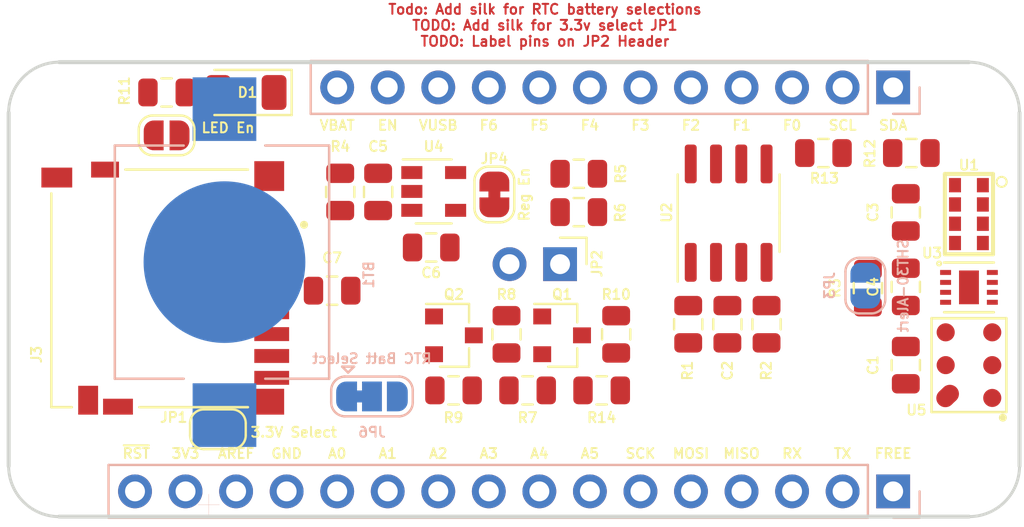
<source format=kicad_pcb>
(kicad_pcb (version 20171130) (host pcbnew "(5.1.6)-1")

  (general
    (thickness 1.6)
    (drawings 37)
    (tracks 0)
    (zones 0)
    (modules 43)
    (nets 47)
  )

  (page A4)
  (layers
    (0 F.Cu signal)
    (31 B.Cu signal)
    (32 B.Adhes user)
    (33 F.Adhes user)
    (34 B.Paste user)
    (35 F.Paste user hide)
    (36 B.SilkS user)
    (37 F.SilkS user)
    (38 B.Mask user)
    (39 F.Mask user hide)
    (40 Dwgs.User user)
    (41 Cmts.User user)
    (42 Eco1.User user)
    (43 Eco2.User user)
    (44 Edge.Cuts user)
    (45 Margin user)
    (46 B.CrtYd user)
    (47 F.CrtYd user hide)
    (48 B.Fab user)
    (49 F.Fab user hide)
  )

  (setup
    (last_trace_width 0.2032)
    (user_trace_width 0.2032)
    (user_trace_width 0.4064)
    (trace_clearance 0.2032)
    (zone_clearance 0.508)
    (zone_45_only no)
    (trace_min 0.2)
    (via_size 0.8)
    (via_drill 0.4)
    (via_min_size 0.4)
    (via_min_drill 0.3)
    (uvia_size 0.3)
    (uvia_drill 0.1)
    (uvias_allowed no)
    (uvia_min_size 0.2)
    (uvia_min_drill 0.1)
    (edge_width 0.15)
    (segment_width 0.2)
    (pcb_text_width 0.3)
    (pcb_text_size 1.5 1.5)
    (mod_edge_width 0.15)
    (mod_text_size 1 1)
    (mod_text_width 0.15)
    (pad_size 1.524 1.524)
    (pad_drill 0.762)
    (pad_to_mask_clearance 0.051)
    (solder_mask_min_width 0.25)
    (aux_axis_origin 0 0)
    (visible_elements 7FFFEFFF)
    (pcbplotparams
      (layerselection 0x010fc_ffffffff)
      (usegerberextensions false)
      (usegerberattributes false)
      (usegerberadvancedattributes false)
      (creategerberjobfile false)
      (excludeedgelayer true)
      (linewidth 0.100000)
      (plotframeref false)
      (viasonmask false)
      (mode 1)
      (useauxorigin false)
      (hpglpennumber 1)
      (hpglpenspeed 20)
      (hpglpendiameter 15.000000)
      (psnegative false)
      (psa4output false)
      (plotreference true)
      (plotvalue true)
      (plotinvisibletext false)
      (padsonsilk false)
      (subtractmaskfromsilk false)
      (outputformat 1)
      (mirror false)
      (drillshape 1)
      (scaleselection 1)
      (outputdirectory ""))
  )

  (net 0 "")
  (net 1 /FREE)
  (net 2 /TX)
  (net 3 /RX)
  (net 4 GND)
  (net 5 /AREF)
  (net 6 +3V3)
  (net 7 /~RST)
  (net 8 /SDA)
  (net 9 /SCL)
  (net 10 /VUSB)
  (net 11 /EN)
  (net 12 /VBAT)
  (net 13 +BATT)
  (net 14 "Net-(D1-Pad2)")
  (net 15 /SD_DOut)
  (net 16 /SD_DIn)
  (net 17 /SD_CLK)
  (net 18 /APDS_INT)
  (net 19 /SHT30-ALERT)
  (net 20 /Batt_Meas)
  (net 21 /VUSB_Meas)
  (net 22 /Batt_Meas_En)
  (net 23 /3v3_Reg_En)
  (net 24 /3v3_feather)
  (net 25 /32KHz)
  (net 26 /DS3231_INT)
  (net 27 /DS3231_RST)
  (net 28 /PDM_DATA)
  (net 29 /PDM_CLK)
  (net 30 /SD-CS)
  (net 31 /SD-CD)
  (net 32 "Net-(J3-Pad1)")
  (net 33 /SD_CS)
  (net 34 "Net-(J3-Pad8)")
  (net 35 /SD_CD)
  (net 36 "Net-(JP2-Pad2)")
  (net 37 "Net-(JP3-Pad1)")
  (net 38 "Net-(JP5-Pad2)")
  (net 39 "Net-(Q1-Pad3)")
  (net 40 "Net-(Q1-Pad1)")
  (net 41 "Net-(Q2-Pad3)")
  (net 42 "Net-(Q2-Pad1)")
  (net 43 "Net-(R3-Pad2)")
  (net 44 "Net-(U1-Pad3)")
  (net 45 "Net-(U4-Pad4)")
  (net 46 /RTC_BATT)

  (net_class Default "This is the default net class."
    (clearance 0.2032)
    (trace_width 0.25)
    (via_dia 0.8)
    (via_drill 0.4)
    (uvia_dia 0.3)
    (uvia_drill 0.1)
    (add_net /32KHz)
    (add_net /3v3_Reg_En)
    (add_net /APDS_INT)
    (add_net /AREF)
    (add_net /Batt_Meas)
    (add_net /Batt_Meas_En)
    (add_net /DS3231_INT)
    (add_net /DS3231_RST)
    (add_net /EN)
    (add_net /FREE)
    (add_net /PDM_CLK)
    (add_net /PDM_DATA)
    (add_net /RTC_BATT)
    (add_net /RX)
    (add_net /SCL)
    (add_net /SD-CD)
    (add_net /SD-CS)
    (add_net /SDA)
    (add_net /SD_CD)
    (add_net /SD_CLK)
    (add_net /SD_CS)
    (add_net /SD_DIn)
    (add_net /SD_DOut)
    (add_net /SHT30-ALERT)
    (add_net /TX)
    (add_net /VUSB)
    (add_net /VUSB_Meas)
    (add_net /~RST)
    (add_net GND)
    (add_net "Net-(D1-Pad2)")
    (add_net "Net-(J3-Pad1)")
    (add_net "Net-(J3-Pad8)")
    (add_net "Net-(JP2-Pad2)")
    (add_net "Net-(JP3-Pad1)")
    (add_net "Net-(JP5-Pad2)")
    (add_net "Net-(Q1-Pad1)")
    (add_net "Net-(Q1-Pad3)")
    (add_net "Net-(Q2-Pad1)")
    (add_net "Net-(Q2-Pad3)")
    (add_net "Net-(R3-Pad2)")
    (add_net "Net-(U1-Pad3)")
    (add_net "Net-(U4-Pad4)")
  )

  (net_class Power ""
    (clearance 0.2032)
    (trace_width 0.4064)
    (via_dia 0.8)
    (via_drill 0.4)
    (uvia_dia 0.3)
    (uvia_drill 0.1)
    (add_net +3V3)
    (add_net +BATT)
    (add_net /3v3_feather)
    (add_net /VBAT)
  )

  (module "My Libraries:XDCR_CMM-4737DT-26186-TR" (layer F.Cu) (tedit 5EC9525D) (tstamp 5EC9B055)
    (at 73.66 40.64 180)
    (path /5ECAD5C5)
    (fp_text reference U5 (at 2.6416 -2.2606) (layer F.SilkS)
      (effects (font (size 0.5 0.5) (thickness 0.1)))
    )
    (fp_text value CMM-4737DT-26186-TR (at 11.89 3.395) (layer F.Fab)
      (effects (font (size 0.5 0.5) (thickness 0.1)))
    )
    (fp_poly (pts (xy 0.76 -1.88) (xy 0.86 -1.98) (xy 0.897968 -2.014454) (xy 0.936591 -2.042516)
      (xy 0.977936 -2.066386) (xy 1.021549 -2.085804) (xy 1.066953 -2.100556) (xy 1.113651 -2.110482)
      (xy 1.16113 -2.115473) (xy 1.20887 -2.115473) (xy 1.256349 -2.110482) (xy 1.303047 -2.100556)
      (xy 1.348451 -2.085804) (xy 1.392064 -2.066386) (xy 1.433409 -2.042516) (xy 1.472032 -2.014454)
      (xy 1.50751 -1.98251) (xy 1.539454 -1.947032) (xy 1.567516 -1.908409) (xy 1.591386 -1.867064)
      (xy 1.610804 -1.823451) (xy 1.625556 -1.778047) (xy 1.635482 -1.731349) (xy 1.640473 -1.68387)
      (xy 1.640473 -1.63613) (xy 1.635482 -1.588651) (xy 1.625556 -1.541953) (xy 1.610804 -1.496549)
      (xy 1.591386 -1.452936) (xy 1.567516 -1.411591) (xy 1.539454 -1.372968) (xy 1.51 -1.34)
      (xy 1.27 -1.11) (xy 1.234684 -1.080482) (xy 1.195077 -1.053766) (xy 1.152894 -1.031337)
      (xy 1.108598 -1.01344) (xy 1.062674 -1.000272) (xy 1.015624 -0.991976) (xy 0.967966 -0.988643)
      (xy 0.92022 -0.990311) (xy 0.87291 -0.99696) (xy 0.826554 -1.008517) (xy 0.78166 -1.024857)
      (xy 0.73872 -1.045801) (xy 0.698205 -1.071117) (xy 0.660557 -1.100531) (xy 0.626191 -1.133718)
      (xy 0.595482 -1.170316) (xy 0.568766 -1.209923) (xy 0.546337 -1.252106) (xy 0.52844 -1.296402)
      (xy 0.515272 -1.342326) (xy 0.506976 -1.389376) (xy 0.503643 -1.437034) (xy 0.505311 -1.48478)
      (xy 0.51196 -1.53209) (xy 0.523517 -1.578446) (xy 0.539857 -1.62334) (xy 0.560801 -1.66628)
      (xy 0.586117 -1.706795) (xy 0.615531 -1.744443) (xy 0.65 -1.78) (xy 0.76 -1.88)) (layer F.Paste) (width 0.0001))
    (fp_poly (pts (xy 0.72 -1.96) (xy 0.86 -2.08) (xy 0.90402 -2.119901) (xy 0.94923 -2.152747)
      (xy 0.997625 -2.180688) (xy 1.048675 -2.203417) (xy 1.101822 -2.220686) (xy 1.156483 -2.232304)
      (xy 1.212059 -2.238146) (xy 1.267941 -2.238146) (xy 1.323517 -2.232304) (xy 1.378178 -2.220686)
      (xy 1.431325 -2.203417) (xy 1.482375 -2.180688) (xy 1.53077 -2.152747) (xy 1.57598 -2.119901)
      (xy 1.617508 -2.082508) (xy 1.654901 -2.04098) (xy 1.687747 -1.99577) (xy 1.715688 -1.947375)
      (xy 1.738417 -1.896325) (xy 1.755686 -1.843178) (xy 1.767304 -1.788517) (xy 1.773146 -1.732941)
      (xy 1.773146 -1.677059) (xy 1.767304 -1.621483) (xy 1.755686 -1.566822) (xy 1.738417 -1.513675)
      (xy 1.715688 -1.462625) (xy 1.687747 -1.41423) (xy 1.654901 -1.36902) (xy 1.62 -1.33)
      (xy 1.36 -1.06) (xy 1.319676 -1.025235) (xy 1.272369 -0.992111) (xy 1.22186 -0.964113)
      (xy 1.168701 -0.941548) (xy 1.113474 -0.924664) (xy 1.056785 -0.913645) (xy 0.999255 -0.908612)
      (xy 0.941514 -0.909619) (xy 0.884194 -0.916657) (xy 0.827924 -0.929648) (xy 0.77332 -0.94845)
      (xy 0.720981 -0.972856) (xy 0.67148 -1.0026) (xy 0.625358 -1.037354) (xy 0.583123 -1.07674)
      (xy 0.545235 -1.120324) (xy 0.512111 -1.167631) (xy 0.484113 -1.21814) (xy 0.461548 -1.271299)
      (xy 0.444664 -1.326526) (xy 0.433645 -1.383215) (xy 0.428612 -1.440745) (xy 0.429619 -1.498486)
      (xy 0.436657 -1.555806) (xy 0.449648 -1.612076) (xy 0.46845 -1.66668) (xy 0.492856 -1.719019)
      (xy 0.5226 -1.76852) (xy 0.557354 -1.814642) (xy 0.6 -1.86) (xy 0.72 -1.96)) (layer F.Mask) (width 0.0001))
    (fp_poly (pts (xy 0.76 -1.88) (xy 0.86 -1.98) (xy 0.897968 -2.014454) (xy 0.936591 -2.042516)
      (xy 0.977936 -2.066386) (xy 1.021549 -2.085804) (xy 1.066953 -2.100556) (xy 1.113651 -2.110482)
      (xy 1.16113 -2.115473) (xy 1.20887 -2.115473) (xy 1.256349 -2.110482) (xy 1.303047 -2.100556)
      (xy 1.348451 -2.085804) (xy 1.392064 -2.066386) (xy 1.433409 -2.042516) (xy 1.472032 -2.014454)
      (xy 1.50751 -1.98251) (xy 1.539454 -1.947032) (xy 1.567516 -1.908409) (xy 1.591386 -1.867064)
      (xy 1.610804 -1.823451) (xy 1.625556 -1.778047) (xy 1.635482 -1.731349) (xy 1.640473 -1.68387)
      (xy 1.640473 -1.63613) (xy 1.635482 -1.588651) (xy 1.625556 -1.541953) (xy 1.610804 -1.496549)
      (xy 1.591386 -1.452936) (xy 1.567516 -1.411591) (xy 1.539454 -1.372968) (xy 1.51 -1.34)
      (xy 1.27 -1.11) (xy 1.234684 -1.080482) (xy 1.195077 -1.053766) (xy 1.152894 -1.031337)
      (xy 1.108598 -1.01344) (xy 1.062674 -1.000272) (xy 1.015624 -0.991976) (xy 0.967966 -0.988643)
      (xy 0.92022 -0.990311) (xy 0.87291 -0.99696) (xy 0.826554 -1.008517) (xy 0.78166 -1.024857)
      (xy 0.73872 -1.045801) (xy 0.698205 -1.071117) (xy 0.660557 -1.100531) (xy 0.626191 -1.133718)
      (xy 0.595482 -1.170316) (xy 0.568766 -1.209923) (xy 0.546337 -1.252106) (xy 0.52844 -1.296402)
      (xy 0.515272 -1.342326) (xy 0.506976 -1.389376) (xy 0.503643 -1.437034) (xy 0.505311 -1.48478)
      (xy 0.51196 -1.53209) (xy 0.523517 -1.578446) (xy 0.539857 -1.62334) (xy 0.560801 -1.66628)
      (xy 0.586117 -1.706795) (xy 0.615531 -1.744443) (xy 0.65 -1.78) (xy 0.76 -1.88)) (layer F.Cu) (width 0.0001))
    (fp_line (start -1.88 2.36) (end -1.88 -2.36) (layer F.SilkS) (width 0.127))
    (fp_line (start 1.88 2.36) (end -1.88 2.36) (layer F.SilkS) (width 0.127))
    (fp_line (start 1.88 -2.36) (end 1.88 2.36) (layer F.SilkS) (width 0.127))
    (fp_line (start -1.88 -2.36) (end 1.88 -2.36) (layer F.SilkS) (width 0.127))
    (fp_line (start 1.88 -2.36) (end 1.88 2.36) (layer F.Fab) (width 0.127))
    (fp_line (start -1.88 -2.36) (end 1.88 -2.36) (layer F.Fab) (width 0.127))
    (fp_line (start -1.88 2.36) (end -1.88 -2.36) (layer F.Fab) (width 0.127))
    (fp_line (start 1.88 2.36) (end -1.88 2.36) (layer F.Fab) (width 0.127))
    (fp_circle (center -1.7018 -2.6416) (end -1.6018 -2.6416) (layer F.Fab) (width 0.2))
    (fp_circle (center -1.7018 -2.6416) (end -1.6018 -2.6416) (layer F.SilkS) (width 0.2))
    (fp_line (start -2.13 -2.61) (end 2.13 -2.61) (layer F.CrtYd) (width 0.05))
    (fp_line (start -2.13 2.61) (end -2.13 -2.61) (layer F.CrtYd) (width 0.05))
    (fp_line (start 2.13 2.61) (end -2.13 2.61) (layer F.CrtYd) (width 0.05))
    (fp_line (start 2.13 -2.61) (end 2.13 2.61) (layer F.CrtYd) (width 0.05))
    (pad 1 smd circle (at -1.17 -1.65 180) (size 0.91 0.91) (layers F.Cu F.Paste F.Mask)
      (net 4 GND))
    (pad 2 smd circle (at -1.17 0 180) (size 0.91 0.91) (layers F.Cu F.Paste F.Mask)
      (net 4 GND))
    (pad 3 smd circle (at -1.17 1.65 180) (size 0.91 0.91) (layers F.Cu F.Paste F.Mask)
      (net 4 GND))
    (pad 4 smd circle (at 1.17 1.65 180) (size 0.91 0.91) (layers F.Cu F.Paste F.Mask)
      (net 29 /PDM_CLK))
    (pad 5 smd circle (at 1.17 0 180) (size 0.91 0.91) (layers F.Cu F.Paste F.Mask)
      (net 28 /PDM_DATA))
    (pad 6 smd circle (at 1.17 -1.65 180) (size 0.5 0.5) (layers F.Cu)
      (net 6 +3V3))
  )

  (module Connector_PinHeader_2.54mm:PinHeader_1x02_P2.54mm_Vertical (layer F.Cu) (tedit 5EC951F1) (tstamp 5EC91B26)
    (at 53.1114 35.56 270)
    (descr "Through hole straight pin header, 1x02, 2.54mm pitch, single row")
    (tags "Through hole pin header THT 1x02 2.54mm single row")
    (path /5EC92B46)
    (fp_text reference JP2 (at -0.0254 -1.8542 90) (layer F.SilkS)
      (effects (font (size 0.5 0.5) (thickness 0.1)))
    )
    (fp_text value M02 (at 0 4.87 270) (layer F.Fab)
      (effects (font (size 0.5 0.5) (thickness 0.1)))
    )
    (fp_line (start 1.8 -1.8) (end -1.8 -1.8) (layer F.CrtYd) (width 0.05))
    (fp_line (start 1.8 4.35) (end 1.8 -1.8) (layer F.CrtYd) (width 0.05))
    (fp_line (start -1.8 4.35) (end 1.8 4.35) (layer F.CrtYd) (width 0.05))
    (fp_line (start -1.8 -1.8) (end -1.8 4.35) (layer F.CrtYd) (width 0.05))
    (fp_line (start -1.33 -1.33) (end 0 -1.33) (layer F.SilkS) (width 0.12))
    (fp_line (start -1.33 0) (end -1.33 -1.33) (layer F.SilkS) (width 0.12))
    (fp_line (start -1.27 -0.635) (end -0.635 -1.27) (layer F.Fab) (width 0.1))
    (fp_line (start -1.27 3.81) (end -1.27 -0.635) (layer F.Fab) (width 0.1))
    (fp_line (start 1.27 3.81) (end -1.27 3.81) (layer F.Fab) (width 0.1))
    (fp_line (start 1.27 -1.27) (end 1.27 3.81) (layer F.Fab) (width 0.1))
    (fp_line (start -0.635 -1.27) (end 1.27 -1.27) (layer F.Fab) (width 0.1))
    (fp_text user %R (at 0 1.27) (layer F.Fab)
      (effects (font (size 0.5 0.5) (thickness 0.1)))
    )
    (pad 2 thru_hole oval (at 0 2.54 270) (size 1.7 1.7) (drill 1) (layers *.Cu *.Mask)
      (net 36 "Net-(JP2-Pad2)"))
    (pad 1 thru_hole rect (at 0 0 270) (size 1.7 1.7) (drill 1) (layers *.Cu *.Mask)
      (net 6 +3V3))
    (model ${KISYS3DMOD}/Connector_PinHeader_2.54mm.3dshapes/PinHeader_1x02_P2.54mm_Vertical.wrl
      (at (xyz 0 0 0))
      (scale (xyz 1 1 1))
      (rotate (xyz 0 0 0))
    )
  )

  (module "My Libraries:MPD_BK-870" (layer B.Cu) (tedit 5EC94DD8) (tstamp 5EC92804)
    (at 36.2458 35.4584 90)
    (path /5EC32CC0)
    (fp_text reference BT1 (at -0.63619 7.25266 90) (layer B.SilkS)
      (effects (font (size 0.5 0.5) (thickness 0.1)) (justify mirror))
    )
    (fp_text value 10mm (at 3.81663 -6.74276 90) (layer B.Fab)
      (effects (font (size 0.5 0.5) (thickness 0.1)) (justify mirror))
    )
    (fp_line (start -5.865 5.26) (end 5.865 5.26) (layer B.Fab) (width 0.127))
    (fp_line (start 5.865 5.26) (end 5.865 -5.51) (layer B.Fab) (width 0.127))
    (fp_line (start 5.865 -5.51) (end -5.865 -5.51) (layer B.Fab) (width 0.127))
    (fp_line (start -5.865 -5.51) (end -5.865 5.26) (layer B.Fab) (width 0.127))
    (fp_line (start -5.865 5.26) (end 5.865 5.26) (layer B.SilkS) (width 0.127))
    (fp_line (start -5.865 -5.51) (end -5.865 -2.05) (layer B.SilkS) (width 0.127))
    (fp_line (start -5.865 2.05) (end -5.865 5.26) (layer B.SilkS) (width 0.127))
    (fp_line (start 5.865 5.26) (end 5.865 2.05) (layer B.SilkS) (width 0.127))
    (fp_line (start 5.865 -2.05) (end 5.865 -5.51) (layer B.SilkS) (width 0.127))
    (fp_line (start 5.865 -5.51) (end -5.865 -5.51) (layer B.SilkS) (width 0.127))
    (fp_line (start -9.545 1.85) (end -6.115 1.85) (layer B.CrtYd) (width 0.05))
    (fp_line (start -6.115 1.85) (end -6.115 5.51) (layer B.CrtYd) (width 0.05))
    (fp_line (start -6.115 5.51) (end 6.115 5.51) (layer B.CrtYd) (width 0.05))
    (fp_line (start 6.115 5.51) (end 6.115 1.85) (layer B.CrtYd) (width 0.05))
    (fp_line (start 6.115 1.85) (end 9.545 1.85) (layer B.CrtYd) (width 0.05))
    (fp_line (start 9.545 1.85) (end 9.545 -1.85) (layer B.CrtYd) (width 0.05))
    (fp_line (start 9.545 -1.85) (end 6.115 -1.85) (layer B.CrtYd) (width 0.05))
    (fp_line (start 6.115 -1.85) (end 6.115 -5.76) (layer B.CrtYd) (width 0.05))
    (fp_line (start 6.115 -5.76) (end -6.115 -5.76) (layer B.CrtYd) (width 0.05))
    (fp_line (start -6.115 -5.76) (end -6.115 -1.85) (layer B.CrtYd) (width 0.05))
    (fp_line (start -6.115 -1.85) (end -9.545 -1.85) (layer B.CrtYd) (width 0.05))
    (fp_line (start -9.545 -1.85) (end -9.545 1.85) (layer B.CrtYd) (width 0.05))
    (fp_text user + (at -12.2065 -0.90048 90) (layer B.SilkS)
      (effects (font (size 1.400748 1.400748) (thickness 0.015)) (justify mirror))
    )
    (pad 1 smd rect (at -7.695 0 90) (size 3.2 3.2) (layers B.Cu B.Paste B.Mask)
      (net 13 +BATT))
    (pad 1 smd rect (at 7.695 0 90) (size 3.2 3.2) (layers B.Cu B.Paste B.Mask)
      (net 13 +BATT))
    (pad 2 smd circle (at 0 0 90) (size 8.13 8.13) (layers B.Cu B.Paste B.Mask)
      (net 4 GND))
  )

  (module Package_TO_SOT_SMD:SOT-23 (layer F.Cu) (tedit 5A02FF57) (tstamp 5EC9FF47)
    (at 53.213 39.1414)
    (descr "SOT-23, Standard")
    (tags SOT-23)
    (path /5F0E2E74)
    (attr smd)
    (fp_text reference Q1 (at 0 -2.0574) (layer F.SilkS)
      (effects (font (size 0.5 0.5) (thickness 0.1)))
    )
    (fp_text value Q_PNP_BEC (at 0 2.5) (layer F.Fab)
      (effects (font (size 0.5 0.5) (thickness 0.1)))
    )
    (fp_line (start 0.76 1.58) (end -0.7 1.58) (layer F.SilkS) (width 0.12))
    (fp_line (start 0.76 -1.58) (end -1.4 -1.58) (layer F.SilkS) (width 0.12))
    (fp_line (start -1.7 1.75) (end -1.7 -1.75) (layer F.CrtYd) (width 0.05))
    (fp_line (start 1.7 1.75) (end -1.7 1.75) (layer F.CrtYd) (width 0.05))
    (fp_line (start 1.7 -1.75) (end 1.7 1.75) (layer F.CrtYd) (width 0.05))
    (fp_line (start -1.7 -1.75) (end 1.7 -1.75) (layer F.CrtYd) (width 0.05))
    (fp_line (start 0.76 -1.58) (end 0.76 -0.65) (layer F.SilkS) (width 0.12))
    (fp_line (start 0.76 1.58) (end 0.76 0.65) (layer F.SilkS) (width 0.12))
    (fp_line (start -0.7 1.52) (end 0.7 1.52) (layer F.Fab) (width 0.1))
    (fp_line (start 0.7 -1.52) (end 0.7 1.52) (layer F.Fab) (width 0.1))
    (fp_line (start -0.7 -0.95) (end -0.15 -1.52) (layer F.Fab) (width 0.1))
    (fp_line (start -0.15 -1.52) (end 0.7 -1.52) (layer F.Fab) (width 0.1))
    (fp_line (start -0.7 -0.95) (end -0.7 1.5) (layer F.Fab) (width 0.1))
    (fp_text user %R (at 0 0 90) (layer F.Fab)
      (effects (font (size 0.5 0.5) (thickness 0.1)))
    )
    (pad 3 smd rect (at 1 0) (size 0.9 0.8) (layers F.Cu F.Paste F.Mask)
      (net 39 "Net-(Q1-Pad3)"))
    (pad 2 smd rect (at -1 0.95) (size 0.9 0.8) (layers F.Cu F.Paste F.Mask)
      (net 12 /VBAT))
    (pad 1 smd rect (at -1 -0.95) (size 0.9 0.8) (layers F.Cu F.Paste F.Mask)
      (net 40 "Net-(Q1-Pad1)"))
    (model ${KISYS3DMOD}/Package_TO_SOT_SMD.3dshapes/SOT-23.wrl
      (at (xyz 0 0 0))
      (scale (xyz 1 1 1))
      (rotate (xyz 0 0 0))
    )
  )

  (module "My Libraries:AMPHENOL_1140084168" (layer F.Cu) (tedit 5EC1940A) (tstamp 5EC954E0)
    (at 37.7444 36.7792 90)
    (path /5ECFCDF6)
    (fp_text reference J3 (at -3.3274 -10.9474 90) (layer F.SilkS)
      (effects (font (size 0.5 0.5) (thickness 0.1)))
    )
    (fp_text value 1140084168 (at 9.891 4.111 90) (layer F.Fab)
      (effects (font (size 0.5 0.5) (thickness 0.1)))
    )
    (fp_circle (center 3.2 2.5) (end 3.3 2.5) (layer F.Fab) (width 0.2))
    (fp_circle (center 3.2 2.5) (end 3.3 2.5) (layer F.SilkS) (width 0.2))
    (fp_line (start -5.975 -5.78) (end -5.975 -0.32) (layer F.SilkS) (width 0.127))
    (fp_line (start 5.975 1.25) (end 5.975 -10.2) (layer F.Fab) (width 0.127))
    (fp_line (start 5.975 -10.2) (end -5.975 -10.2) (layer F.Fab) (width 0.127))
    (fp_line (start -5.975 -10.2) (end -5.975 1.25) (layer F.Fab) (width 0.127))
    (fp_line (start 6.65 -10.95) (end -6.6 -10.95) (layer F.CrtYd) (width 0.05))
    (fp_line (start 6.65 2) (end 6.65 -10.95) (layer F.CrtYd) (width 0.05))
    (fp_line (start -6.6 2) (end 6.65 2) (layer F.CrtYd) (width 0.05))
    (fp_line (start -6.6 -10.95) (end -6.6 2) (layer F.CrtYd) (width 0.05))
    (fp_poly (pts (xy -4.9 -6) (xy 3.6 -6) (xy 3.6 -4) (xy -4.9 -4)) (layer Dwgs.User) (width 0.01))
    (fp_poly (pts (xy -1.95 -10.2) (xy 0.55 -10.2) (xy 0.55 -8.2) (xy -1.95 -8.2)) (layer Dwgs.User) (width 0.01))
    (fp_poly (pts (xy -1.95 -10.2) (xy 0.55 -10.2) (xy 0.55 -8.2) (xy -1.95 -8.2)) (layer Dwgs.User) (width 0.01))
    (fp_poly (pts (xy -4.9 -6) (xy 3.6 -6) (xy 3.6 -4) (xy -4.9 -4)) (layer Dwgs.User) (width 0.01))
    (fp_line (start 4.78 -10.2) (end -5.975 -10.2) (layer F.SilkS) (width 0.127))
    (fp_line (start 5.975 -0.32) (end 5.975 -6.48) (layer F.SilkS) (width 0.127))
    (fp_line (start -5.975 1.25) (end 5.975 1.25) (layer F.Fab) (width 0.127))
    (fp_line (start -5.975 -10.2) (end -5.975 -9.17) (layer F.SilkS) (width 0.127))
    (pad 1 smd rect (at 3.2 0.875 90) (size 0.7 1.75) (layers F.Cu F.Paste F.Mask)
      (net 32 "Net-(J3-Pad1)"))
    (pad 2 smd rect (at 2.1 0.875 90) (size 0.7 1.75) (layers F.Cu F.Paste F.Mask)
      (net 33 /SD_CS))
    (pad 3 smd rect (at 1 0.875 90) (size 0.7 1.75) (layers F.Cu F.Paste F.Mask)
      (net 16 /SD_DIn))
    (pad 4 smd rect (at -0.1 0.875 90) (size 0.7 1.75) (layers F.Cu F.Paste F.Mask)
      (net 6 +3V3))
    (pad 5 smd rect (at -1.2 0.875 90) (size 0.7 1.75) (layers F.Cu F.Paste F.Mask)
      (net 17 /SD_CLK))
    (pad 6 smd rect (at -2.3 0.875 90) (size 0.7 1.75) (layers F.Cu F.Paste F.Mask)
      (net 4 GND))
    (pad 7 smd rect (at -3.4 0.875 90) (size 0.7 1.75) (layers F.Cu F.Paste F.Mask)
      (net 15 /SD_DOut))
    (pad 8 smd rect (at -4.5 0.875 90) (size 0.7 1.75) (layers F.Cu F.Paste F.Mask)
      (net 34 "Net-(J3-Pad8)"))
    (pad 9 smd rect (at 5.575 -9.925 90) (size 1 1.55) (layers F.Cu F.Paste F.Mask)
      (net 35 /SD_CD))
    (pad 10 smd rect (at -5.625 -8.35 90) (size 1.45 1) (layers F.Cu F.Paste F.Mask)
      (net 4 GND))
    (pad S1 smd rect (at 5.65 0.75 90) (size 1.5 1.5) (layers F.Cu F.Paste F.Mask)
      (net 4 GND))
    (pad S2 smd rect (at -5.7 0.75 90) (size 1.3 1.5) (layers F.Cu F.Paste F.Mask)
      (net 4 GND))
    (pad S3 smd rect (at 5.975 -7.5 90) (size 0.8 1.4) (layers F.Cu F.Paste F.Mask)
      (net 4 GND))
    (pad S4 smd rect (at -5.95 -6.85 90) (size 0.8 1.5) (layers F.Cu F.Paste F.Mask)
      (net 4 GND))
  )

  (module Jumper:SolderJumper-3_P1.3mm_Bridged12_RoundedPad1.0x1.5mm (layer B.Cu) (tedit 5C745321) (tstamp 5EC95D0A)
    (at 43.658 42.2148)
    (descr "SMD Solder 3-pad Jumper, 1x1.5mm rounded Pads, 0.3mm gap, pads 1-2 bridged with 1 copper strip")
    (tags "solder jumper open")
    (path /5F38A68C)
    (attr virtual)
    (fp_text reference JP6 (at 0 1.8) (layer B.SilkS)
      (effects (font (size 0.5 0.5) (thickness 0.1)) (justify mirror))
    )
    (fp_text value "RTC Batt Select" (at 0 -1.9) (layer B.SilkS)
      (effects (font (size 0.5 0.5) (thickness 0.1)) (justify mirror))
    )
    (fp_poly (pts (xy -0.9 0.3) (xy -0.4 0.3) (xy -0.4 -0.3) (xy -0.9 -0.3)) (layer B.Cu) (width 0))
    (fp_line (start 2.3 -1.25) (end -2.3 -1.25) (layer B.CrtYd) (width 0.05))
    (fp_line (start 2.3 -1.25) (end 2.3 1.25) (layer B.CrtYd) (width 0.05))
    (fp_line (start -2.3 1.25) (end -2.3 -1.25) (layer B.CrtYd) (width 0.05))
    (fp_line (start -2.3 1.25) (end 2.3 1.25) (layer B.CrtYd) (width 0.05))
    (fp_line (start -1.4 1) (end 1.4 1) (layer B.SilkS) (width 0.12))
    (fp_line (start 2.05 0.3) (end 2.05 -0.3) (layer B.SilkS) (width 0.12))
    (fp_line (start 1.4 -1) (end -1.4 -1) (layer B.SilkS) (width 0.12))
    (fp_line (start -2.05 -0.3) (end -2.05 0.3) (layer B.SilkS) (width 0.12))
    (fp_line (start -1.2 -1.2) (end -1.5 -1.5) (layer B.SilkS) (width 0.12))
    (fp_line (start -1.5 -1.5) (end -0.9 -1.5) (layer B.SilkS) (width 0.12))
    (fp_line (start -1.2 -1.2) (end -0.9 -1.5) (layer B.SilkS) (width 0.12))
    (fp_arc (start -1.35 0.3) (end -1.35 1) (angle 90) (layer B.SilkS) (width 0.12))
    (fp_arc (start -1.35 -0.3) (end -2.05 -0.3) (angle 90) (layer B.SilkS) (width 0.12))
    (fp_arc (start 1.35 -0.3) (end 1.35 -1) (angle 90) (layer B.SilkS) (width 0.12))
    (fp_arc (start 1.35 0.3) (end 2.05 0.3) (angle 90) (layer B.SilkS) (width 0.12))
    (pad 1 smd custom (at -1.3 0) (size 1 0.5) (layers B.Cu B.Mask)
      (net 12 /VBAT) (zone_connect 2)
      (options (clearance outline) (anchor rect))
      (primitives
        (gr_circle (center 0 -0.25) (end 0.5 -0.25) (width 0))
        (gr_circle (center 0 0.25) (end 0.5 0.25) (width 0))
        (gr_poly (pts
           (xy 0.55 0.75) (xy 0 0.75) (xy 0 -0.75) (xy 0.55 -0.75)) (width 0))
      ))
    (pad 2 smd rect (at 0 0) (size 1 1.5) (layers B.Cu B.Mask)
      (net 46 /RTC_BATT))
    (pad 3 smd custom (at 1.3 0) (size 1 0.5) (layers B.Cu B.Mask)
      (net 13 +BATT) (zone_connect 2)
      (options (clearance outline) (anchor rect))
      (primitives
        (gr_circle (center 0 -0.25) (end 0.5 -0.25) (width 0))
        (gr_circle (center 0 0.25) (end 0.5 0.25) (width 0))
        (gr_poly (pts
           (xy -0.55 0.75) (xy 0 0.75) (xy 0 -0.75) (xy -0.55 -0.75)) (width 0))
      ))
  )

  (module MountingHole:MountingHole_2.5mm locked (layer F.Cu) (tedit 56D1B4CB) (tstamp 5D4FBE97)
    (at 73.66 27.94)
    (descr "Mounting Hole 2.5mm, no annular")
    (tags "mounting hole 2.5mm no annular")
    (attr virtual)
    (fp_text reference REF** (at 0 -3.7) (layer F.SilkS) hide
      (effects (font (size 0.5 0.5) (thickness 0.1)))
    )
    (fp_text value MountingHole_2.5mm (at 0 3.7) (layer F.Fab) hide
      (effects (font (size 0.5 0.5) (thickness 0.1)))
    )
    (fp_circle (center 0 0) (end 2.75 0) (layer F.CrtYd) (width 0.05))
    (fp_circle (center 0 0) (end 2.5 0) (layer Cmts.User) (width 0.15))
    (fp_text user %R (at 0.3 0) (layer F.Fab) hide
      (effects (font (size 0.5 0.5) (thickness 0.1)))
    )
    (pad 1 np_thru_hole circle (at 0 0) (size 2.5 2.5) (drill 2.5) (layers *.Cu *.Mask))
  )

  (module MountingHole:MountingHole_2.5mm locked (layer F.Cu) (tedit 56D1B4CB) (tstamp 5D4FBE89)
    (at 73.66 45.72)
    (descr "Mounting Hole 2.5mm, no annular")
    (tags "mounting hole 2.5mm no annular")
    (attr virtual)
    (fp_text reference REF** (at 0 -3.7) (layer F.SilkS) hide
      (effects (font (size 0.5 0.5) (thickness 0.1)))
    )
    (fp_text value MountingHole_2.5mm (at 0 3.7) (layer F.Fab) hide
      (effects (font (size 0.5 0.5) (thickness 0.1)))
    )
    (fp_circle (center 0 0) (end 2.75 0) (layer F.CrtYd) (width 0.05))
    (fp_circle (center 0 0) (end 2.5 0) (layer Cmts.User) (width 0.15))
    (fp_text user %R (at 0.3 0) (layer F.Fab) hide
      (effects (font (size 0.5 0.5) (thickness 0.1)))
    )
    (pad 1 np_thru_hole circle (at 0 0) (size 2.5 2.5) (drill 2.5) (layers *.Cu *.Mask))
  )

  (module Package_TO_SOT_SMD:SOT-23-5 (layer F.Cu) (tedit 5A02FF57) (tstamp 5EC95225)
    (at 46.7614 31.9024)
    (descr "5-pin SOT23 package")
    (tags SOT-23-5)
    (path /5F0E4F4D)
    (attr smd)
    (fp_text reference U4 (at 0 -2.2606) (layer F.SilkS)
      (effects (font (size 0.5 0.5) (thickness 0.1)))
    )
    (fp_text value MIC5504-3.3YM5 (at 0 2.9) (layer F.Fab)
      (effects (font (size 0.5 0.5) (thickness 0.1)))
    )
    (fp_line (start 0.9 -1.55) (end 0.9 1.55) (layer F.Fab) (width 0.1))
    (fp_line (start 0.9 1.55) (end -0.9 1.55) (layer F.Fab) (width 0.1))
    (fp_line (start -0.9 -0.9) (end -0.9 1.55) (layer F.Fab) (width 0.1))
    (fp_line (start 0.9 -1.55) (end -0.25 -1.55) (layer F.Fab) (width 0.1))
    (fp_line (start -0.9 -0.9) (end -0.25 -1.55) (layer F.Fab) (width 0.1))
    (fp_line (start -1.9 1.8) (end -1.9 -1.8) (layer F.CrtYd) (width 0.05))
    (fp_line (start 1.9 1.8) (end -1.9 1.8) (layer F.CrtYd) (width 0.05))
    (fp_line (start 1.9 -1.8) (end 1.9 1.8) (layer F.CrtYd) (width 0.05))
    (fp_line (start -1.9 -1.8) (end 1.9 -1.8) (layer F.CrtYd) (width 0.05))
    (fp_line (start 0.9 -1.61) (end -1.55 -1.61) (layer F.SilkS) (width 0.12))
    (fp_line (start -0.9 1.61) (end 0.9 1.61) (layer F.SilkS) (width 0.12))
    (fp_text user %R (at 0 0 90) (layer F.Fab)
      (effects (font (size 0.5 0.5) (thickness 0.1)))
    )
    (pad 5 smd rect (at 1.1 -0.95) (size 1.06 0.65) (layers F.Cu F.Paste F.Mask)
      (net 36 "Net-(JP2-Pad2)"))
    (pad 4 smd rect (at 1.1 0.95) (size 1.06 0.65) (layers F.Cu F.Paste F.Mask)
      (net 45 "Net-(U4-Pad4)"))
    (pad 3 smd rect (at -1.1 0.95) (size 1.06 0.65) (layers F.Cu F.Paste F.Mask)
      (net 23 /3v3_Reg_En))
    (pad 2 smd rect (at -1.1 0) (size 1.06 0.65) (layers F.Cu F.Paste F.Mask)
      (net 4 GND))
    (pad 1 smd rect (at -1.1 -0.95) (size 1.06 0.65) (layers F.Cu F.Paste F.Mask)
      (net 12 /VBAT))
    (model ${KISYS3DMOD}/Package_TO_SOT_SMD.3dshapes/SOT-23-5.wrl
      (at (xyz 0 0 0))
      (scale (xyz 1 1 1))
      (rotate (xyz 0 0 0))
    )
  )

  (module "My Libraries:DFN250X250X100-9N" (layer F.Cu) (tedit 5EC18B64) (tstamp 5EC91CDB)
    (at 73.66 36.7284)
    (path /5ECFEDCD)
    (fp_text reference U3 (at -1.8542 -1.7272) (layer F.SilkS)
      (effects (font (size 0.5 0.5) (thickness 0.1)))
    )
    (fp_text value SHT30-DIS (at 3.384954 1.897078) (layer F.Fab)
      (effects (font (size 0.5 0.5) (thickness 0.1)))
    )
    (fp_circle (center 0 0) (end 0.75 0) (layer F.Fab) (width 0.127))
    (fp_line (start 1.75 -1.5) (end -1.75 -1.5) (layer F.CrtYd) (width 0.127))
    (fp_line (start 1.75 1.5) (end 1.75 -1.5) (layer F.CrtYd) (width 0.127))
    (fp_line (start -1.75 1.5) (end 1.75 1.5) (layer F.CrtYd) (width 0.127))
    (fp_line (start -1.75 -1.5) (end -1.75 1.5) (layer F.CrtYd) (width 0.127))
    (fp_circle (center -1.5 -1.2) (end -1.4 -1.2) (layer F.SilkS) (width 0.1))
    (fp_poly (pts (xy -0.451281 -0.8) (xy 0.45 -0.8) (xy 0.45 0.802278) (xy -0.451281 0.802278)) (layer F.Paste) (width 0.01))
    (fp_line (start -1.25 -1.25) (end -1.25 1.25) (layer F.Fab) (width 0.127))
    (fp_line (start 1.25 -1.25) (end -1.25 -1.25) (layer F.SilkS) (width 0.127))
    (fp_line (start 1.25 1.25) (end 1.25 -1.25) (layer F.Fab) (width 0.127))
    (fp_line (start -1.25 1.25) (end 1.25 1.25) (layer F.SilkS) (width 0.127))
    (pad 1 smd rect (at -1.175 -0.75) (size 0.55 0.25) (layers F.Cu F.Paste F.Mask)
      (net 8 /SDA))
    (pad 2 smd rect (at -1.175 -0.25) (size 0.55 0.25) (layers F.Cu F.Paste F.Mask)
      (net 4 GND))
    (pad 3 smd rect (at -1.175 0.25) (size 0.55 0.25) (layers F.Cu F.Paste F.Mask)
      (net 37 "Net-(JP3-Pad1)"))
    (pad 4 smd rect (at -1.175 0.75) (size 0.55 0.25) (layers F.Cu F.Paste F.Mask)
      (net 9 /SCL))
    (pad 8 smd rect (at 1.175 -0.75) (size 0.55 0.25) (layers F.Cu F.Paste F.Mask)
      (net 4 GND))
    (pad 7 smd rect (at 1.175 -0.25) (size 0.55 0.25) (layers F.Cu F.Paste F.Mask)
      (net 4 GND))
    (pad 6 smd rect (at 1.175 0.25) (size 0.55 0.25) (layers F.Cu F.Paste F.Mask)
      (net 43 "Net-(R3-Pad2)"))
    (pad 5 smd rect (at 1.175 0.75) (size 0.55 0.25) (layers F.Cu F.Paste F.Mask)
      (net 6 +3V3))
    (pad 9 smd rect (at 0 0) (size 1 1.7) (layers F.Cu F.Mask)
      (net 4 GND))
  )

  (module Package_SO:SOIC-8_3.9x4.9mm_P1.27mm (layer F.Cu) (tedit 5D9F72B1) (tstamp 5EC92792)
    (at 61.5823 32.9946 90)
    (descr "SOIC, 8 Pin (JEDEC MS-012AA, https://www.analog.com/media/en/package-pcb-resources/package/pkg_pdf/soic_narrow-r/r_8.pdf), generated with kicad-footprint-generator ipc_gullwing_generator.py")
    (tags "SOIC SO")
    (path /5EC185C4)
    (attr smd)
    (fp_text reference U2 (at 0.0254 -3.1115 90) (layer F.SilkS)
      (effects (font (size 0.5 0.5) (thickness 0.1)))
    )
    (fp_text value DS3231MZ (at 0 3.4 90) (layer F.Fab)
      (effects (font (size 0.5 0.5) (thickness 0.1)))
    )
    (fp_line (start 3.7 -2.7) (end -3.7 -2.7) (layer F.CrtYd) (width 0.05))
    (fp_line (start 3.7 2.7) (end 3.7 -2.7) (layer F.CrtYd) (width 0.05))
    (fp_line (start -3.7 2.7) (end 3.7 2.7) (layer F.CrtYd) (width 0.05))
    (fp_line (start -3.7 -2.7) (end -3.7 2.7) (layer F.CrtYd) (width 0.05))
    (fp_line (start -1.95 -1.475) (end -0.975 -2.45) (layer F.Fab) (width 0.1))
    (fp_line (start -1.95 2.45) (end -1.95 -1.475) (layer F.Fab) (width 0.1))
    (fp_line (start 1.95 2.45) (end -1.95 2.45) (layer F.Fab) (width 0.1))
    (fp_line (start 1.95 -2.45) (end 1.95 2.45) (layer F.Fab) (width 0.1))
    (fp_line (start -0.975 -2.45) (end 1.95 -2.45) (layer F.Fab) (width 0.1))
    (fp_line (start 0 -2.56) (end -3.45 -2.56) (layer F.SilkS) (width 0.12))
    (fp_line (start 0 -2.56) (end 1.95 -2.56) (layer F.SilkS) (width 0.12))
    (fp_line (start 0 2.56) (end -1.95 2.56) (layer F.SilkS) (width 0.12))
    (fp_line (start 0 2.56) (end 1.95 2.56) (layer F.SilkS) (width 0.12))
    (fp_text user %R (at 0 0 90) (layer F.Fab)
      (effects (font (size 0.5 0.5) (thickness 0.1)))
    )
    (pad 8 smd roundrect (at 2.475 -1.905 90) (size 1.95 0.6) (layers F.Cu F.Paste F.Mask) (roundrect_rratio 0.25)
      (net 9 /SCL))
    (pad 7 smd roundrect (at 2.475 -0.635 90) (size 1.95 0.6) (layers F.Cu F.Paste F.Mask) (roundrect_rratio 0.25)
      (net 8 /SDA))
    (pad 6 smd roundrect (at 2.475 0.635 90) (size 1.95 0.6) (layers F.Cu F.Paste F.Mask) (roundrect_rratio 0.25)
      (net 46 /RTC_BATT))
    (pad 5 smd roundrect (at 2.475 1.905 90) (size 1.95 0.6) (layers F.Cu F.Paste F.Mask) (roundrect_rratio 0.25)
      (net 4 GND))
    (pad 4 smd roundrect (at -2.475 1.905 90) (size 1.95 0.6) (layers F.Cu F.Paste F.Mask) (roundrect_rratio 0.25)
      (net 27 /DS3231_RST))
    (pad 3 smd roundrect (at -2.475 0.635 90) (size 1.95 0.6) (layers F.Cu F.Paste F.Mask) (roundrect_rratio 0.25)
      (net 26 /DS3231_INT))
    (pad 2 smd roundrect (at -2.475 -0.635 90) (size 1.95 0.6) (layers F.Cu F.Paste F.Mask) (roundrect_rratio 0.25)
      (net 6 +3V3))
    (pad 1 smd roundrect (at -2.475 -1.905 90) (size 1.95 0.6) (layers F.Cu F.Paste F.Mask) (roundrect_rratio 0.25)
      (net 25 /32KHz))
    (model ${KISYS3DMOD}/Package_SO.3dshapes/SOIC-8_3.9x4.9mm_P1.27mm.wrl
      (at (xyz 0 0 0))
      (scale (xyz 1 1 1))
      (rotate (xyz 0 0 0))
    )
  )

  (module "My Libraries:APDS-9960" (layer F.Cu) (tedit 5EC184F8) (tstamp 5EC91CA9)
    (at 73.6585 33.043)
    (descr "<h3>APDS-9960 Proximity, Light, RGB, Gesture Sensor</h3><p>Specifications:<ul><li>Pin Count: 8</li><li>Dimensions: 3.94 x 2.36 x 1.35 mm</li><li>Pitch: 0.97 mm</li></ul><p>Devices Using:</p><ul><li>APDS-9960</li></ul>")
    (path /5ECFE23A)
    (fp_text reference U1 (at 0 -2.4638) (layer F.SilkS)
      (effects (font (size 0.5 0.5) (thickness 0.1)))
    )
    (fp_text value APDS-9960 (at 0 2.4638) (layer F.Fab)
      (effects (font (size 0.5 0.5) (thickness 0.1)))
    )
    (fp_line (start 1.21 -2.02) (end 1.21 2.02) (layer F.SilkS) (width 0.2032))
    (fp_line (start -1.21 -2.02) (end -1.21 2.02) (layer F.SilkS) (width 0.2032))
    (fp_line (start -1.21 2.02) (end 1.21 2.02) (layer F.SilkS) (width 0.2032))
    (fp_circle (center 1.644 -1.622) (end 1.898 -1.622) (layer F.SilkS) (width 0.1))
    (fp_line (start -1.21 -2.02) (end 1.21 -2.02) (layer F.SilkS) (width 0.2032))
    (fp_circle (center 0 1.43) (end 0.45 1.43) (layer F.Fab) (width 0.127))
    (fp_circle (center 0 -1.27) (end 0.55 -1.27) (layer F.Fab) (width 0.127))
    (fp_line (start -1.18 0.82) (end 1.18 0.82) (layer F.Fab) (width 0.127))
    (fp_line (start -1.18 1.97) (end 1.18 1.97) (layer F.Fab) (width 0.127))
    (fp_line (start -1.18 -1.97) (end 1.18 -1.97) (layer F.Fab) (width 0.127))
    (fp_line (start -1.18 0.82) (end -1.18 1.97) (layer F.Fab) (width 0.127))
    (fp_line (start -1.18 -1.97) (end -1.18 0.82) (layer F.Fab) (width 0.127))
    (fp_line (start 1.18 0.82) (end 1.18 1.97) (layer F.Fab) (width 0.127))
    (fp_line (start 1.18 -1.97) (end 1.18 0.82) (layer F.Fab) (width 0.127))
    (pad 1 smd rect (at 0.7 -1.455) (size 0.6 0.72) (layers F.Cu F.Paste F.Mask)
      (net 8 /SDA))
    (pad 2 smd rect (at 0.7 -0.485) (size 0.6 0.72) (layers F.Cu F.Paste F.Mask)
      (net 18 /APDS_INT))
    (pad 3 smd rect (at 0.7 0.485) (size 0.6 0.72) (layers F.Cu F.Paste F.Mask)
      (net 44 "Net-(U1-Pad3)"))
    (pad 4 smd rect (at 0.7 1.455) (size 0.6 0.72) (layers F.Cu F.Paste F.Mask)
      (net 44 "Net-(U1-Pad3)"))
    (pad 5 smd rect (at -0.7 1.455) (size 0.6 0.72) (layers F.Cu F.Paste F.Mask)
      (net 6 +3V3))
    (pad 6 smd rect (at -0.7 0.485) (size 0.6 0.72) (layers F.Cu F.Paste F.Mask)
      (net 4 GND))
    (pad 7 smd rect (at -0.7 -0.485) (size 0.6 0.72) (layers F.Cu F.Paste F.Mask)
      (net 9 /SCL))
    (pad 8 smd rect (at -0.7 -1.455) (size 0.6 0.72) (layers F.Cu F.Paste F.Mask)
      (net 6 +3V3))
  )

  (module Resistor_SMD:R_0805_2012Metric (layer F.Cu) (tedit 5B36C52B) (tstamp 5ECA007B)
    (at 55.2008 41.91)
    (descr "Resistor SMD 0805 (2012 Metric), square (rectangular) end terminal, IPC_7351 nominal, (Body size source: https://docs.google.com/spreadsheets/d/1BsfQQcO9C6DZCsRaXUlFlo91Tg2WpOkGARC1WS5S8t0/edit?usp=sharing), generated with kicad-footprint-generator")
    (tags resistor)
    (path /5EF16D0D)
    (attr smd)
    (fp_text reference R14 (at 0 1.3716) (layer F.SilkS)
      (effects (font (size 0.5 0.5) (thickness 0.1)))
    )
    (fp_text value 10K (at 0 1.65) (layer F.Fab)
      (effects (font (size 0.5 0.5) (thickness 0.1)))
    )
    (fp_line (start 1.68 0.95) (end -1.68 0.95) (layer F.CrtYd) (width 0.05))
    (fp_line (start 1.68 -0.95) (end 1.68 0.95) (layer F.CrtYd) (width 0.05))
    (fp_line (start -1.68 -0.95) (end 1.68 -0.95) (layer F.CrtYd) (width 0.05))
    (fp_line (start -1.68 0.95) (end -1.68 -0.95) (layer F.CrtYd) (width 0.05))
    (fp_line (start -0.258578 0.71) (end 0.258578 0.71) (layer F.SilkS) (width 0.12))
    (fp_line (start -0.258578 -0.71) (end 0.258578 -0.71) (layer F.SilkS) (width 0.12))
    (fp_line (start 1 0.6) (end -1 0.6) (layer F.Fab) (width 0.1))
    (fp_line (start 1 -0.6) (end 1 0.6) (layer F.Fab) (width 0.1))
    (fp_line (start -1 -0.6) (end 1 -0.6) (layer F.Fab) (width 0.1))
    (fp_line (start -1 0.6) (end -1 -0.6) (layer F.Fab) (width 0.1))
    (fp_text user %R (at 0 0) (layer F.Fab)
      (effects (font (size 0.5 0.5) (thickness 0.1)))
    )
    (pad 2 smd roundrect (at 0.9375 0) (size 0.975 1.4) (layers F.Cu F.Paste F.Mask) (roundrect_rratio 0.25)
      (net 20 /Batt_Meas))
    (pad 1 smd roundrect (at -0.9375 0) (size 0.975 1.4) (layers F.Cu F.Paste F.Mask) (roundrect_rratio 0.25)
      (net 4 GND))
    (model ${KISYS3DMOD}/Resistor_SMD.3dshapes/R_0805_2012Metric.wrl
      (at (xyz 0 0 0))
      (scale (xyz 1 1 1))
      (rotate (xyz 0 0 0))
    )
  )

  (module Resistor_SMD:R_0805_2012Metric (layer F.Cu) (tedit 5B36C52B) (tstamp 5EC91C7E)
    (at 66.3448 29.972)
    (descr "Resistor SMD 0805 (2012 Metric), square (rectangular) end terminal, IPC_7351 nominal, (Body size source: https://docs.google.com/spreadsheets/d/1BsfQQcO9C6DZCsRaXUlFlo91Tg2WpOkGARC1WS5S8t0/edit?usp=sharing), generated with kicad-footprint-generator")
    (tags resistor)
    (path /5EC19007)
    (attr smd)
    (fp_text reference R13 (at 0.0508 1.27) (layer F.SilkS)
      (effects (font (size 0.5 0.5) (thickness 0.1)))
    )
    (fp_text value 4.7K (at 0 1.65) (layer F.Fab)
      (effects (font (size 0.5 0.5) (thickness 0.1)))
    )
    (fp_line (start 1.68 0.95) (end -1.68 0.95) (layer F.CrtYd) (width 0.05))
    (fp_line (start 1.68 -0.95) (end 1.68 0.95) (layer F.CrtYd) (width 0.05))
    (fp_line (start -1.68 -0.95) (end 1.68 -0.95) (layer F.CrtYd) (width 0.05))
    (fp_line (start -1.68 0.95) (end -1.68 -0.95) (layer F.CrtYd) (width 0.05))
    (fp_line (start -0.258578 0.71) (end 0.258578 0.71) (layer F.SilkS) (width 0.12))
    (fp_line (start -0.258578 -0.71) (end 0.258578 -0.71) (layer F.SilkS) (width 0.12))
    (fp_line (start 1 0.6) (end -1 0.6) (layer F.Fab) (width 0.1))
    (fp_line (start 1 -0.6) (end 1 0.6) (layer F.Fab) (width 0.1))
    (fp_line (start -1 -0.6) (end 1 -0.6) (layer F.Fab) (width 0.1))
    (fp_line (start -1 0.6) (end -1 -0.6) (layer F.Fab) (width 0.1))
    (fp_text user %R (at 0 0) (layer F.Fab)
      (effects (font (size 0.5 0.5) (thickness 0.1)))
    )
    (pad 2 smd roundrect (at 0.9375 0) (size 0.975 1.4) (layers F.Cu F.Paste F.Mask) (roundrect_rratio 0.25)
      (net 9 /SCL))
    (pad 1 smd roundrect (at -0.9375 0) (size 0.975 1.4) (layers F.Cu F.Paste F.Mask) (roundrect_rratio 0.25)
      (net 6 +3V3))
    (model ${KISYS3DMOD}/Resistor_SMD.3dshapes/R_0805_2012Metric.wrl
      (at (xyz 0 0 0))
      (scale (xyz 1 1 1))
      (rotate (xyz 0 0 0))
    )
  )

  (module Resistor_SMD:R_0805_2012Metric (layer F.Cu) (tedit 5B36C52B) (tstamp 5EC91C6D)
    (at 70.7644 29.972 180)
    (descr "Resistor SMD 0805 (2012 Metric), square (rectangular) end terminal, IPC_7351 nominal, (Body size source: https://docs.google.com/spreadsheets/d/1BsfQQcO9C6DZCsRaXUlFlo91Tg2WpOkGARC1WS5S8t0/edit?usp=sharing), generated with kicad-footprint-generator")
    (tags resistor)
    (path /5EC19EE7)
    (attr smd)
    (fp_text reference R12 (at 2.0828 -0.0254 90) (layer F.SilkS)
      (effects (font (size 0.5 0.5) (thickness 0.1)))
    )
    (fp_text value 4.7K (at 0 1.65) (layer F.Fab)
      (effects (font (size 0.5 0.5) (thickness 0.1)))
    )
    (fp_line (start 1.68 0.95) (end -1.68 0.95) (layer F.CrtYd) (width 0.05))
    (fp_line (start 1.68 -0.95) (end 1.68 0.95) (layer F.CrtYd) (width 0.05))
    (fp_line (start -1.68 -0.95) (end 1.68 -0.95) (layer F.CrtYd) (width 0.05))
    (fp_line (start -1.68 0.95) (end -1.68 -0.95) (layer F.CrtYd) (width 0.05))
    (fp_line (start -0.258578 0.71) (end 0.258578 0.71) (layer F.SilkS) (width 0.12))
    (fp_line (start -0.258578 -0.71) (end 0.258578 -0.71) (layer F.SilkS) (width 0.12))
    (fp_line (start 1 0.6) (end -1 0.6) (layer F.Fab) (width 0.1))
    (fp_line (start 1 -0.6) (end 1 0.6) (layer F.Fab) (width 0.1))
    (fp_line (start -1 -0.6) (end 1 -0.6) (layer F.Fab) (width 0.1))
    (fp_line (start -1 0.6) (end -1 -0.6) (layer F.Fab) (width 0.1))
    (fp_text user %R (at 0 0) (layer F.Fab)
      (effects (font (size 0.5 0.5) (thickness 0.1)))
    )
    (pad 2 smd roundrect (at 0.9375 0 180) (size 0.975 1.4) (layers F.Cu F.Paste F.Mask) (roundrect_rratio 0.25)
      (net 8 /SDA))
    (pad 1 smd roundrect (at -0.9375 0 180) (size 0.975 1.4) (layers F.Cu F.Paste F.Mask) (roundrect_rratio 0.25)
      (net 6 +3V3))
    (model ${KISYS3DMOD}/Resistor_SMD.3dshapes/R_0805_2012Metric.wrl
      (at (xyz 0 0 0))
      (scale (xyz 1 1 1))
      (rotate (xyz 0 0 0))
    )
  )

  (module Resistor_SMD:R_0805_2012Metric (layer F.Cu) (tedit 5B36C52B) (tstamp 5EC950BC)
    (at 33.3375 26.924 180)
    (descr "Resistor SMD 0805 (2012 Metric), square (rectangular) end terminal, IPC_7351 nominal, (Body size source: https://docs.google.com/spreadsheets/d/1BsfQQcO9C6DZCsRaXUlFlo91Tg2WpOkGARC1WS5S8t0/edit?usp=sharing), generated with kicad-footprint-generator")
    (tags resistor)
    (path /5ECCDC0C)
    (attr smd)
    (fp_text reference R11 (at 2.1209 0.0762 90) (layer F.SilkS)
      (effects (font (size 0.5 0.5) (thickness 0.1)))
    )
    (fp_text value 1K (at 0 1.65) (layer F.Fab)
      (effects (font (size 0.5 0.5) (thickness 0.1)))
    )
    (fp_line (start 1.68 0.95) (end -1.68 0.95) (layer F.CrtYd) (width 0.05))
    (fp_line (start 1.68 -0.95) (end 1.68 0.95) (layer F.CrtYd) (width 0.05))
    (fp_line (start -1.68 -0.95) (end 1.68 -0.95) (layer F.CrtYd) (width 0.05))
    (fp_line (start -1.68 0.95) (end -1.68 -0.95) (layer F.CrtYd) (width 0.05))
    (fp_line (start -0.258578 0.71) (end 0.258578 0.71) (layer F.SilkS) (width 0.12))
    (fp_line (start -0.258578 -0.71) (end 0.258578 -0.71) (layer F.SilkS) (width 0.12))
    (fp_line (start 1 0.6) (end -1 0.6) (layer F.Fab) (width 0.1))
    (fp_line (start 1 -0.6) (end 1 0.6) (layer F.Fab) (width 0.1))
    (fp_line (start -1 -0.6) (end 1 -0.6) (layer F.Fab) (width 0.1))
    (fp_line (start -1 0.6) (end -1 -0.6) (layer F.Fab) (width 0.1))
    (fp_text user %R (at 0 0) (layer F.Fab)
      (effects (font (size 0.5 0.5) (thickness 0.1)))
    )
    (pad 2 smd roundrect (at 0.9375 0 180) (size 0.975 1.4) (layers F.Cu F.Paste F.Mask) (roundrect_rratio 0.25)
      (net 38 "Net-(JP5-Pad2)"))
    (pad 1 smd roundrect (at -0.9375 0 180) (size 0.975 1.4) (layers F.Cu F.Paste F.Mask) (roundrect_rratio 0.25)
      (net 14 "Net-(D1-Pad2)"))
    (model ${KISYS3DMOD}/Resistor_SMD.3dshapes/R_0805_2012Metric.wrl
      (at (xyz 0 0 0))
      (scale (xyz 1 1 1))
      (rotate (xyz 0 0 0))
    )
  )

  (module Resistor_SMD:R_0805_2012Metric (layer F.Cu) (tedit 5B36C52B) (tstamp 5EC9FF7F)
    (at 55.9308 39.0906 90)
    (descr "Resistor SMD 0805 (2012 Metric), square (rectangular) end terminal, IPC_7351 nominal, (Body size source: https://docs.google.com/spreadsheets/d/1BsfQQcO9C6DZCsRaXUlFlo91Tg2WpOkGARC1WS5S8t0/edit?usp=sharing), generated with kicad-footprint-generator")
    (tags resistor)
    (path /5EF16851)
    (attr smd)
    (fp_text reference R10 (at 2.0066 0 180) (layer F.SilkS)
      (effects (font (size 0.5 0.5) (thickness 0.1)))
    )
    (fp_text value 10K (at 0 1.65 90) (layer F.Fab)
      (effects (font (size 0.5 0.5) (thickness 0.1)))
    )
    (fp_line (start 1.68 0.95) (end -1.68 0.95) (layer F.CrtYd) (width 0.05))
    (fp_line (start 1.68 -0.95) (end 1.68 0.95) (layer F.CrtYd) (width 0.05))
    (fp_line (start -1.68 -0.95) (end 1.68 -0.95) (layer F.CrtYd) (width 0.05))
    (fp_line (start -1.68 0.95) (end -1.68 -0.95) (layer F.CrtYd) (width 0.05))
    (fp_line (start -0.258578 0.71) (end 0.258578 0.71) (layer F.SilkS) (width 0.12))
    (fp_line (start -0.258578 -0.71) (end 0.258578 -0.71) (layer F.SilkS) (width 0.12))
    (fp_line (start 1 0.6) (end -1 0.6) (layer F.Fab) (width 0.1))
    (fp_line (start 1 -0.6) (end 1 0.6) (layer F.Fab) (width 0.1))
    (fp_line (start -1 -0.6) (end 1 -0.6) (layer F.Fab) (width 0.1))
    (fp_line (start -1 0.6) (end -1 -0.6) (layer F.Fab) (width 0.1))
    (fp_text user %R (at 0 0 90) (layer F.Fab)
      (effects (font (size 0.5 0.5) (thickness 0.1)))
    )
    (pad 2 smd roundrect (at 0.9375 0 90) (size 0.975 1.4) (layers F.Cu F.Paste F.Mask) (roundrect_rratio 0.25)
      (net 39 "Net-(Q1-Pad3)"))
    (pad 1 smd roundrect (at -0.9375 0 90) (size 0.975 1.4) (layers F.Cu F.Paste F.Mask) (roundrect_rratio 0.25)
      (net 20 /Batt_Meas))
    (model ${KISYS3DMOD}/Resistor_SMD.3dshapes/R_0805_2012Metric.wrl
      (at (xyz 0 0 0))
      (scale (xyz 1 1 1))
      (rotate (xyz 0 0 0))
    )
  )

  (module Resistor_SMD:R_0805_2012Metric (layer F.Cu) (tedit 5B36C52B) (tstamp 5ECA004B)
    (at 47.7574 41.91)
    (descr "Resistor SMD 0805 (2012 Metric), square (rectangular) end terminal, IPC_7351 nominal, (Body size source: https://docs.google.com/spreadsheets/d/1BsfQQcO9C6DZCsRaXUlFlo91Tg2WpOkGARC1WS5S8t0/edit?usp=sharing), generated with kicad-footprint-generator")
    (tags resistor)
    (path /5EEE7F4C)
    (attr smd)
    (fp_text reference R9 (at -0.0054 1.3716) (layer F.SilkS)
      (effects (font (size 0.5 0.5) (thickness 0.1)))
    )
    (fp_text value 1K (at 0 1.65) (layer F.Fab)
      (effects (font (size 0.5 0.5) (thickness 0.1)))
    )
    (fp_line (start 1.68 0.95) (end -1.68 0.95) (layer F.CrtYd) (width 0.05))
    (fp_line (start 1.68 -0.95) (end 1.68 0.95) (layer F.CrtYd) (width 0.05))
    (fp_line (start -1.68 -0.95) (end 1.68 -0.95) (layer F.CrtYd) (width 0.05))
    (fp_line (start -1.68 0.95) (end -1.68 -0.95) (layer F.CrtYd) (width 0.05))
    (fp_line (start -0.258578 0.71) (end 0.258578 0.71) (layer F.SilkS) (width 0.12))
    (fp_line (start -0.258578 -0.71) (end 0.258578 -0.71) (layer F.SilkS) (width 0.12))
    (fp_line (start 1 0.6) (end -1 0.6) (layer F.Fab) (width 0.1))
    (fp_line (start 1 -0.6) (end 1 0.6) (layer F.Fab) (width 0.1))
    (fp_line (start -1 -0.6) (end 1 -0.6) (layer F.Fab) (width 0.1))
    (fp_line (start -1 0.6) (end -1 -0.6) (layer F.Fab) (width 0.1))
    (fp_text user %R (at 0 0) (layer F.Fab)
      (effects (font (size 0.5 0.5) (thickness 0.1)))
    )
    (pad 2 smd roundrect (at 0.9375 0) (size 0.975 1.4) (layers F.Cu F.Paste F.Mask) (roundrect_rratio 0.25)
      (net 22 /Batt_Meas_En))
    (pad 1 smd roundrect (at -0.9375 0) (size 0.975 1.4) (layers F.Cu F.Paste F.Mask) (roundrect_rratio 0.25)
      (net 42 "Net-(Q2-Pad1)"))
    (model ${KISYS3DMOD}/Resistor_SMD.3dshapes/R_0805_2012Metric.wrl
      (at (xyz 0 0 0))
      (scale (xyz 1 1 1))
      (rotate (xyz 0 0 0))
    )
  )

  (module Resistor_SMD:R_0805_2012Metric (layer F.Cu) (tedit 5B36C52B) (tstamp 5EC9FFEB)
    (at 50.419 39.0906 90)
    (descr "Resistor SMD 0805 (2012 Metric), square (rectangular) end terminal, IPC_7351 nominal, (Body size source: https://docs.google.com/spreadsheets/d/1BsfQQcO9C6DZCsRaXUlFlo91Tg2WpOkGARC1WS5S8t0/edit?usp=sharing), generated with kicad-footprint-generator")
    (tags resistor)
    (path /5EF7373E)
    (attr smd)
    (fp_text reference R8 (at 2.0066 0 180) (layer F.SilkS)
      (effects (font (size 0.5 0.5) (thickness 0.1)))
    )
    (fp_text value 1K (at 0 1.65 90) (layer F.Fab)
      (effects (font (size 0.5 0.5) (thickness 0.1)))
    )
    (fp_line (start 1.68 0.95) (end -1.68 0.95) (layer F.CrtYd) (width 0.05))
    (fp_line (start 1.68 -0.95) (end 1.68 0.95) (layer F.CrtYd) (width 0.05))
    (fp_line (start -1.68 -0.95) (end 1.68 -0.95) (layer F.CrtYd) (width 0.05))
    (fp_line (start -1.68 0.95) (end -1.68 -0.95) (layer F.CrtYd) (width 0.05))
    (fp_line (start -0.258578 0.71) (end 0.258578 0.71) (layer F.SilkS) (width 0.12))
    (fp_line (start -0.258578 -0.71) (end 0.258578 -0.71) (layer F.SilkS) (width 0.12))
    (fp_line (start 1 0.6) (end -1 0.6) (layer F.Fab) (width 0.1))
    (fp_line (start 1 -0.6) (end 1 0.6) (layer F.Fab) (width 0.1))
    (fp_line (start -1 -0.6) (end 1 -0.6) (layer F.Fab) (width 0.1))
    (fp_line (start -1 0.6) (end -1 -0.6) (layer F.Fab) (width 0.1))
    (fp_text user %R (at 0 0 90) (layer F.Fab)
      (effects (font (size 0.5 0.5) (thickness 0.1)))
    )
    (pad 2 smd roundrect (at 0.9375 0 90) (size 0.975 1.4) (layers F.Cu F.Paste F.Mask) (roundrect_rratio 0.25)
      (net 40 "Net-(Q1-Pad1)"))
    (pad 1 smd roundrect (at -0.9375 0 90) (size 0.975 1.4) (layers F.Cu F.Paste F.Mask) (roundrect_rratio 0.25)
      (net 41 "Net-(Q2-Pad3)"))
    (model ${KISYS3DMOD}/Resistor_SMD.3dshapes/R_0805_2012Metric.wrl
      (at (xyz 0 0 0))
      (scale (xyz 1 1 1))
      (rotate (xyz 0 0 0))
    )
  )

  (module Resistor_SMD:R_0805_2012Metric (layer F.Cu) (tedit 5B36C52B) (tstamp 5ECA001B)
    (at 51.4791 41.91)
    (descr "Resistor SMD 0805 (2012 Metric), square (rectangular) end terminal, IPC_7351 nominal, (Body size source: https://docs.google.com/spreadsheets/d/1BsfQQcO9C6DZCsRaXUlFlo91Tg2WpOkGARC1WS5S8t0/edit?usp=sharing), generated with kicad-footprint-generator")
    (tags resistor)
    (path /5EEF3D22)
    (attr smd)
    (fp_text reference R7 (at 0 1.3716) (layer F.SilkS)
      (effects (font (size 0.5 0.5) (thickness 0.1)))
    )
    (fp_text value 10K (at 0 1.65) (layer F.Fab)
      (effects (font (size 0.5 0.5) (thickness 0.1)))
    )
    (fp_line (start 1.68 0.95) (end -1.68 0.95) (layer F.CrtYd) (width 0.05))
    (fp_line (start 1.68 -0.95) (end 1.68 0.95) (layer F.CrtYd) (width 0.05))
    (fp_line (start -1.68 -0.95) (end 1.68 -0.95) (layer F.CrtYd) (width 0.05))
    (fp_line (start -1.68 0.95) (end -1.68 -0.95) (layer F.CrtYd) (width 0.05))
    (fp_line (start -0.258578 0.71) (end 0.258578 0.71) (layer F.SilkS) (width 0.12))
    (fp_line (start -0.258578 -0.71) (end 0.258578 -0.71) (layer F.SilkS) (width 0.12))
    (fp_line (start 1 0.6) (end -1 0.6) (layer F.Fab) (width 0.1))
    (fp_line (start 1 -0.6) (end 1 0.6) (layer F.Fab) (width 0.1))
    (fp_line (start -1 -0.6) (end 1 -0.6) (layer F.Fab) (width 0.1))
    (fp_line (start -1 0.6) (end -1 -0.6) (layer F.Fab) (width 0.1))
    (fp_text user %R (at 0 0) (layer F.Fab)
      (effects (font (size 0.5 0.5) (thickness 0.1)))
    )
    (pad 2 smd roundrect (at 0.9375 0) (size 0.975 1.4) (layers F.Cu F.Paste F.Mask) (roundrect_rratio 0.25)
      (net 12 /VBAT))
    (pad 1 smd roundrect (at -0.9375 0) (size 0.975 1.4) (layers F.Cu F.Paste F.Mask) (roundrect_rratio 0.25)
      (net 41 "Net-(Q2-Pad3)"))
    (model ${KISYS3DMOD}/Resistor_SMD.3dshapes/R_0805_2012Metric.wrl
      (at (xyz 0 0 0))
      (scale (xyz 1 1 1))
      (rotate (xyz 0 0 0))
    )
  )

  (module Resistor_SMD:R_0805_2012Metric (layer F.Cu) (tedit 5B36C52B) (tstamp 5EC91C07)
    (at 54.0512 32.9438)
    (descr "Resistor SMD 0805 (2012 Metric), square (rectangular) end terminal, IPC_7351 nominal, (Body size source: https://docs.google.com/spreadsheets/d/1BsfQQcO9C6DZCsRaXUlFlo91Tg2WpOkGARC1WS5S8t0/edit?usp=sharing), generated with kicad-footprint-generator")
    (tags resistor)
    (path /5ED9D6CB)
    (attr smd)
    (fp_text reference R6 (at 2.0828 0.0254 90) (layer F.SilkS)
      (effects (font (size 0.5 0.5) (thickness 0.1)))
    )
    (fp_text value 4.7K (at 0 1.65) (layer F.Fab)
      (effects (font (size 0.5 0.5) (thickness 0.1)))
    )
    (fp_line (start 1.68 0.95) (end -1.68 0.95) (layer F.CrtYd) (width 0.05))
    (fp_line (start 1.68 -0.95) (end 1.68 0.95) (layer F.CrtYd) (width 0.05))
    (fp_line (start -1.68 -0.95) (end 1.68 -0.95) (layer F.CrtYd) (width 0.05))
    (fp_line (start -1.68 0.95) (end -1.68 -0.95) (layer F.CrtYd) (width 0.05))
    (fp_line (start -0.258578 0.71) (end 0.258578 0.71) (layer F.SilkS) (width 0.12))
    (fp_line (start -0.258578 -0.71) (end 0.258578 -0.71) (layer F.SilkS) (width 0.12))
    (fp_line (start 1 0.6) (end -1 0.6) (layer F.Fab) (width 0.1))
    (fp_line (start 1 -0.6) (end 1 0.6) (layer F.Fab) (width 0.1))
    (fp_line (start -1 -0.6) (end 1 -0.6) (layer F.Fab) (width 0.1))
    (fp_line (start -1 0.6) (end -1 -0.6) (layer F.Fab) (width 0.1))
    (fp_text user %R (at 0 0) (layer F.Fab)
      (effects (font (size 0.5 0.5) (thickness 0.1)))
    )
    (pad 2 smd roundrect (at 0.9375 0) (size 0.975 1.4) (layers F.Cu F.Paste F.Mask) (roundrect_rratio 0.25)
      (net 4 GND))
    (pad 1 smd roundrect (at -0.9375 0) (size 0.975 1.4) (layers F.Cu F.Paste F.Mask) (roundrect_rratio 0.25)
      (net 21 /VUSB_Meas))
    (model ${KISYS3DMOD}/Resistor_SMD.3dshapes/R_0805_2012Metric.wrl
      (at (xyz 0 0 0))
      (scale (xyz 1 1 1))
      (rotate (xyz 0 0 0))
    )
  )

  (module Resistor_SMD:R_0805_2012Metric (layer F.Cu) (tedit 5B36C52B) (tstamp 5EC91BF6)
    (at 54.0512 31.0134)
    (descr "Resistor SMD 0805 (2012 Metric), square (rectangular) end terminal, IPC_7351 nominal, (Body size source: https://docs.google.com/spreadsheets/d/1BsfQQcO9C6DZCsRaXUlFlo91Tg2WpOkGARC1WS5S8t0/edit?usp=sharing), generated with kicad-footprint-generator")
    (tags resistor)
    (path /5ED9CE62)
    (attr smd)
    (fp_text reference R5 (at 2.1082 0 90) (layer F.SilkS)
      (effects (font (size 0.5 0.5) (thickness 0.1)))
    )
    (fp_text value 4.7K (at 0 1.65) (layer F.Fab)
      (effects (font (size 0.5 0.5) (thickness 0.1)))
    )
    (fp_line (start 1.68 0.95) (end -1.68 0.95) (layer F.CrtYd) (width 0.05))
    (fp_line (start 1.68 -0.95) (end 1.68 0.95) (layer F.CrtYd) (width 0.05))
    (fp_line (start -1.68 -0.95) (end 1.68 -0.95) (layer F.CrtYd) (width 0.05))
    (fp_line (start -1.68 0.95) (end -1.68 -0.95) (layer F.CrtYd) (width 0.05))
    (fp_line (start -0.258578 0.71) (end 0.258578 0.71) (layer F.SilkS) (width 0.12))
    (fp_line (start -0.258578 -0.71) (end 0.258578 -0.71) (layer F.SilkS) (width 0.12))
    (fp_line (start 1 0.6) (end -1 0.6) (layer F.Fab) (width 0.1))
    (fp_line (start 1 -0.6) (end 1 0.6) (layer F.Fab) (width 0.1))
    (fp_line (start -1 -0.6) (end 1 -0.6) (layer F.Fab) (width 0.1))
    (fp_line (start -1 0.6) (end -1 -0.6) (layer F.Fab) (width 0.1))
    (fp_text user %R (at 0 0) (layer F.Fab)
      (effects (font (size 0.5 0.5) (thickness 0.1)))
    )
    (pad 2 smd roundrect (at 0.9375 0) (size 0.975 1.4) (layers F.Cu F.Paste F.Mask) (roundrect_rratio 0.25)
      (net 21 /VUSB_Meas))
    (pad 1 smd roundrect (at -0.9375 0) (size 0.975 1.4) (layers F.Cu F.Paste F.Mask) (roundrect_rratio 0.25)
      (net 10 /VUSB))
    (model ${KISYS3DMOD}/Resistor_SMD.3dshapes/R_0805_2012Metric.wrl
      (at (xyz 0 0 0))
      (scale (xyz 1 1 1))
      (rotate (xyz 0 0 0))
    )
  )

  (module Resistor_SMD:R_0805_2012Metric (layer F.Cu) (tedit 5B36C52B) (tstamp 5EC9DAD0)
    (at 42.0624 31.9278 270)
    (descr "Resistor SMD 0805 (2012 Metric), square (rectangular) end terminal, IPC_7351 nominal, (Body size source: https://docs.google.com/spreadsheets/d/1BsfQQcO9C6DZCsRaXUlFlo91Tg2WpOkGARC1WS5S8t0/edit?usp=sharing), generated with kicad-footprint-generator")
    (tags resistor)
    (path /5F2508F4)
    (attr smd)
    (fp_text reference R4 (at -2.286 0 180) (layer F.SilkS)
      (effects (font (size 0.5 0.5) (thickness 0.1)))
    )
    (fp_text value DNP (at 0 1.65 90) (layer F.Fab)
      (effects (font (size 0.5 0.5) (thickness 0.1)))
    )
    (fp_line (start 1.68 0.95) (end -1.68 0.95) (layer F.CrtYd) (width 0.05))
    (fp_line (start 1.68 -0.95) (end 1.68 0.95) (layer F.CrtYd) (width 0.05))
    (fp_line (start -1.68 -0.95) (end 1.68 -0.95) (layer F.CrtYd) (width 0.05))
    (fp_line (start -1.68 0.95) (end -1.68 -0.95) (layer F.CrtYd) (width 0.05))
    (fp_line (start -0.258578 0.71) (end 0.258578 0.71) (layer F.SilkS) (width 0.12))
    (fp_line (start -0.258578 -0.71) (end 0.258578 -0.71) (layer F.SilkS) (width 0.12))
    (fp_line (start 1 0.6) (end -1 0.6) (layer F.Fab) (width 0.1))
    (fp_line (start 1 -0.6) (end 1 0.6) (layer F.Fab) (width 0.1))
    (fp_line (start -1 -0.6) (end 1 -0.6) (layer F.Fab) (width 0.1))
    (fp_line (start -1 0.6) (end -1 -0.6) (layer F.Fab) (width 0.1))
    (fp_text user %R (at 0 0 90) (layer F.Fab)
      (effects (font (size 0.5 0.5) (thickness 0.1)))
    )
    (pad 2 smd roundrect (at 0.9375 0 270) (size 0.975 1.4) (layers F.Cu F.Paste F.Mask) (roundrect_rratio 0.25)
      (net 23 /3v3_Reg_En))
    (pad 1 smd roundrect (at -0.9375 0 270) (size 0.975 1.4) (layers F.Cu F.Paste F.Mask) (roundrect_rratio 0.25)
      (net 12 /VBAT))
    (model ${KISYS3DMOD}/Resistor_SMD.3dshapes/R_0805_2012Metric.wrl
      (at (xyz 0 0 0))
      (scale (xyz 1 1 1))
      (rotate (xyz 0 0 0))
    )
  )

  (module Resistor_SMD:R_0805_2012Metric (layer F.Cu) (tedit 5B36C52B) (tstamp 5EC91BD4)
    (at 68.58 36.7665 90)
    (descr "Resistor SMD 0805 (2012 Metric), square (rectangular) end terminal, IPC_7351 nominal, (Body size source: https://docs.google.com/spreadsheets/d/1BsfQQcO9C6DZCsRaXUlFlo91Tg2WpOkGARC1WS5S8t0/edit?usp=sharing), generated with kicad-footprint-generator")
    (tags resistor)
    (path /5ECB8B03)
    (attr smd)
    (fp_text reference R3 (at 0 -1.65 90) (layer F.SilkS)
      (effects (font (size 0.5 0.5) (thickness 0.1)))
    )
    (fp_text value 4.7K (at 0 1.65 90) (layer F.Fab)
      (effects (font (size 0.5 0.5) (thickness 0.1)))
    )
    (fp_line (start 1.68 0.95) (end -1.68 0.95) (layer F.CrtYd) (width 0.05))
    (fp_line (start 1.68 -0.95) (end 1.68 0.95) (layer F.CrtYd) (width 0.05))
    (fp_line (start -1.68 -0.95) (end 1.68 -0.95) (layer F.CrtYd) (width 0.05))
    (fp_line (start -1.68 0.95) (end -1.68 -0.95) (layer F.CrtYd) (width 0.05))
    (fp_line (start -0.258578 0.71) (end 0.258578 0.71) (layer F.SilkS) (width 0.12))
    (fp_line (start -0.258578 -0.71) (end 0.258578 -0.71) (layer F.SilkS) (width 0.12))
    (fp_line (start 1 0.6) (end -1 0.6) (layer F.Fab) (width 0.1))
    (fp_line (start 1 -0.6) (end 1 0.6) (layer F.Fab) (width 0.1))
    (fp_line (start -1 -0.6) (end 1 -0.6) (layer F.Fab) (width 0.1))
    (fp_line (start -1 0.6) (end -1 -0.6) (layer F.Fab) (width 0.1))
    (fp_text user %R (at 0 0 90) (layer F.Fab)
      (effects (font (size 0.5 0.5) (thickness 0.1)))
    )
    (pad 2 smd roundrect (at 0.9375 0 90) (size 0.975 1.4) (layers F.Cu F.Paste F.Mask) (roundrect_rratio 0.25)
      (net 43 "Net-(R3-Pad2)"))
    (pad 1 smd roundrect (at -0.9375 0 90) (size 0.975 1.4) (layers F.Cu F.Paste F.Mask) (roundrect_rratio 0.25)
      (net 6 +3V3))
    (model ${KISYS3DMOD}/Resistor_SMD.3dshapes/R_0805_2012Metric.wrl
      (at (xyz 0 0 0))
      (scale (xyz 1 1 1))
      (rotate (xyz 0 0 0))
    )
  )

  (module Resistor_SMD:R_0805_2012Metric (layer F.Cu) (tedit 5B36C52B) (tstamp 5EC94F90)
    (at 63.4873 38.5826 90)
    (descr "Resistor SMD 0805 (2012 Metric), square (rectangular) end terminal, IPC_7351 nominal, (Body size source: https://docs.google.com/spreadsheets/d/1BsfQQcO9C6DZCsRaXUlFlo91Tg2WpOkGARC1WS5S8t0/edit?usp=sharing), generated with kicad-footprint-generator")
    (tags resistor)
    (path /5EC1A1C4)
    (attr smd)
    (fp_text reference R2 (at -2.3368 -0.0127 90) (layer F.SilkS)
      (effects (font (size 0.5 0.5) (thickness 0.1)))
    )
    (fp_text value 4.7K (at 0 1.65 90) (layer F.Fab)
      (effects (font (size 0.5 0.5) (thickness 0.1)))
    )
    (fp_line (start 1.68 0.95) (end -1.68 0.95) (layer F.CrtYd) (width 0.05))
    (fp_line (start 1.68 -0.95) (end 1.68 0.95) (layer F.CrtYd) (width 0.05))
    (fp_line (start -1.68 -0.95) (end 1.68 -0.95) (layer F.CrtYd) (width 0.05))
    (fp_line (start -1.68 0.95) (end -1.68 -0.95) (layer F.CrtYd) (width 0.05))
    (fp_line (start -0.258578 0.71) (end 0.258578 0.71) (layer F.SilkS) (width 0.12))
    (fp_line (start -0.258578 -0.71) (end 0.258578 -0.71) (layer F.SilkS) (width 0.12))
    (fp_line (start 1 0.6) (end -1 0.6) (layer F.Fab) (width 0.1))
    (fp_line (start 1 -0.6) (end 1 0.6) (layer F.Fab) (width 0.1))
    (fp_line (start -1 -0.6) (end 1 -0.6) (layer F.Fab) (width 0.1))
    (fp_line (start -1 0.6) (end -1 -0.6) (layer F.Fab) (width 0.1))
    (fp_text user %R (at 0 0 90) (layer F.Fab)
      (effects (font (size 0.5 0.5) (thickness 0.1)))
    )
    (pad 2 smd roundrect (at 0.9375 0 90) (size 0.975 1.4) (layers F.Cu F.Paste F.Mask) (roundrect_rratio 0.25)
      (net 26 /DS3231_INT))
    (pad 1 smd roundrect (at -0.9375 0 90) (size 0.975 1.4) (layers F.Cu F.Paste F.Mask) (roundrect_rratio 0.25)
      (net 6 +3V3))
    (model ${KISYS3DMOD}/Resistor_SMD.3dshapes/R_0805_2012Metric.wrl
      (at (xyz 0 0 0))
      (scale (xyz 1 1 1))
      (rotate (xyz 0 0 0))
    )
  )

  (module Resistor_SMD:R_0805_2012Metric (layer F.Cu) (tedit 5B36C52B) (tstamp 5EC9502C)
    (at 59.5503 38.5826 90)
    (descr "Resistor SMD 0805 (2012 Metric), square (rectangular) end terminal, IPC_7351 nominal, (Body size source: https://docs.google.com/spreadsheets/d/1BsfQQcO9C6DZCsRaXUlFlo91Tg2WpOkGARC1WS5S8t0/edit?usp=sharing), generated with kicad-footprint-generator")
    (tags resistor)
    (path /5EC19FBE)
    (attr smd)
    (fp_text reference R1 (at -2.3368 -0.0381 90) (layer F.SilkS)
      (effects (font (size 0.5 0.5) (thickness 0.1)))
    )
    (fp_text value 4.7K (at 0 1.65 90) (layer F.Fab)
      (effects (font (size 0.5 0.5) (thickness 0.1)))
    )
    (fp_line (start 1.68 0.95) (end -1.68 0.95) (layer F.CrtYd) (width 0.05))
    (fp_line (start 1.68 -0.95) (end 1.68 0.95) (layer F.CrtYd) (width 0.05))
    (fp_line (start -1.68 -0.95) (end 1.68 -0.95) (layer F.CrtYd) (width 0.05))
    (fp_line (start -1.68 0.95) (end -1.68 -0.95) (layer F.CrtYd) (width 0.05))
    (fp_line (start -0.258578 0.71) (end 0.258578 0.71) (layer F.SilkS) (width 0.12))
    (fp_line (start -0.258578 -0.71) (end 0.258578 -0.71) (layer F.SilkS) (width 0.12))
    (fp_line (start 1 0.6) (end -1 0.6) (layer F.Fab) (width 0.1))
    (fp_line (start 1 -0.6) (end 1 0.6) (layer F.Fab) (width 0.1))
    (fp_line (start -1 -0.6) (end 1 -0.6) (layer F.Fab) (width 0.1))
    (fp_line (start -1 0.6) (end -1 -0.6) (layer F.Fab) (width 0.1))
    (fp_text user %R (at 0 0 90) (layer F.Fab)
      (effects (font (size 0.5 0.5) (thickness 0.1)))
    )
    (pad 2 smd roundrect (at 0.9375 0 90) (size 0.975 1.4) (layers F.Cu F.Paste F.Mask) (roundrect_rratio 0.25)
      (net 25 /32KHz))
    (pad 1 smd roundrect (at -0.9375 0 90) (size 0.975 1.4) (layers F.Cu F.Paste F.Mask) (roundrect_rratio 0.25)
      (net 6 +3V3))
    (model ${KISYS3DMOD}/Resistor_SMD.3dshapes/R_0805_2012Metric.wrl
      (at (xyz 0 0 0))
      (scale (xyz 1 1 1))
      (rotate (xyz 0 0 0))
    )
  )

  (module Package_TO_SOT_SMD:SOT-23 (layer F.Cu) (tedit 5A02FF57) (tstamp 5EC9FFB3)
    (at 47.7774 39.1414)
    (descr "SOT-23, Standard")
    (tags SOT-23)
    (path /5F0E1615)
    (attr smd)
    (fp_text reference Q2 (at 0 -2.0574) (layer F.SilkS)
      (effects (font (size 0.5 0.5) (thickness 0.1)))
    )
    (fp_text value Q_NPN_BEC (at 0 2.5) (layer F.Fab)
      (effects (font (size 0.5 0.5) (thickness 0.1)))
    )
    (fp_line (start 0.76 1.58) (end -0.7 1.58) (layer F.SilkS) (width 0.12))
    (fp_line (start 0.76 -1.58) (end -1.4 -1.58) (layer F.SilkS) (width 0.12))
    (fp_line (start -1.7 1.75) (end -1.7 -1.75) (layer F.CrtYd) (width 0.05))
    (fp_line (start 1.7 1.75) (end -1.7 1.75) (layer F.CrtYd) (width 0.05))
    (fp_line (start 1.7 -1.75) (end 1.7 1.75) (layer F.CrtYd) (width 0.05))
    (fp_line (start -1.7 -1.75) (end 1.7 -1.75) (layer F.CrtYd) (width 0.05))
    (fp_line (start 0.76 -1.58) (end 0.76 -0.65) (layer F.SilkS) (width 0.12))
    (fp_line (start 0.76 1.58) (end 0.76 0.65) (layer F.SilkS) (width 0.12))
    (fp_line (start -0.7 1.52) (end 0.7 1.52) (layer F.Fab) (width 0.1))
    (fp_line (start 0.7 -1.52) (end 0.7 1.52) (layer F.Fab) (width 0.1))
    (fp_line (start -0.7 -0.95) (end -0.15 -1.52) (layer F.Fab) (width 0.1))
    (fp_line (start -0.15 -1.52) (end 0.7 -1.52) (layer F.Fab) (width 0.1))
    (fp_line (start -0.7 -0.95) (end -0.7 1.5) (layer F.Fab) (width 0.1))
    (fp_text user %R (at 0 0 90) (layer F.Fab)
      (effects (font (size 0.5 0.5) (thickness 0.1)))
    )
    (pad 3 smd rect (at 1 0) (size 0.9 0.8) (layers F.Cu F.Paste F.Mask)
      (net 41 "Net-(Q2-Pad3)"))
    (pad 2 smd rect (at -1 0.95) (size 0.9 0.8) (layers F.Cu F.Paste F.Mask)
      (net 4 GND))
    (pad 1 smd rect (at -1 -0.95) (size 0.9 0.8) (layers F.Cu F.Paste F.Mask)
      (net 42 "Net-(Q2-Pad1)"))
    (model ${KISYS3DMOD}/Package_TO_SOT_SMD.3dshapes/SOT-23.wrl
      (at (xyz 0 0 0))
      (scale (xyz 1 1 1))
      (rotate (xyz 0 0 0))
    )
  )

  (module Jumper:SolderJumper-2_P1.3mm_Open_RoundedPad1.0x1.5mm (layer F.Cu) (tedit 5B391E66) (tstamp 5EC91B5D)
    (at 33.3375 29.083 180)
    (descr "SMD Solder Jumper, 1x1.5mm, rounded Pads, 0.3mm gap, open")
    (tags "solder jumper open")
    (path /5ECC7A28)
    (attr virtual)
    (fp_text reference JP5 (at 1.8923 0.3048 90) (layer F.SilkS) hide
      (effects (font (size 0.5 0.5) (thickness 0.1)))
    )
    (fp_text value "LED En" (at -3.0861 0.381 180) (layer F.SilkS)
      (effects (font (size 0.5 0.5) (thickness 0.1)))
    )
    (fp_line (start 1.65 1.25) (end -1.65 1.25) (layer F.CrtYd) (width 0.05))
    (fp_line (start 1.65 1.25) (end 1.65 -1.25) (layer F.CrtYd) (width 0.05))
    (fp_line (start -1.65 -1.25) (end -1.65 1.25) (layer F.CrtYd) (width 0.05))
    (fp_line (start -1.65 -1.25) (end 1.65 -1.25) (layer F.CrtYd) (width 0.05))
    (fp_line (start -0.7 -1) (end 0.7 -1) (layer F.SilkS) (width 0.12))
    (fp_line (start 1.4 -0.3) (end 1.4 0.3) (layer F.SilkS) (width 0.12))
    (fp_line (start 0.7 1) (end -0.7 1) (layer F.SilkS) (width 0.12))
    (fp_line (start -1.4 0.3) (end -1.4 -0.3) (layer F.SilkS) (width 0.12))
    (fp_arc (start -0.7 -0.3) (end -0.7 -1) (angle -90) (layer F.SilkS) (width 0.12))
    (fp_arc (start -0.7 0.3) (end -1.4 0.3) (angle -90) (layer F.SilkS) (width 0.12))
    (fp_arc (start 0.7 0.3) (end 0.7 1) (angle -90) (layer F.SilkS) (width 0.12))
    (fp_arc (start 0.7 -0.3) (end 1.4 -0.3) (angle -90) (layer F.SilkS) (width 0.12))
    (pad 2 smd custom (at 0.65 0 180) (size 1 0.5) (layers F.Cu F.Mask)
      (net 38 "Net-(JP5-Pad2)") (zone_connect 2)
      (options (clearance outline) (anchor rect))
      (primitives
        (gr_circle (center 0 0.25) (end 0.5 0.25) (width 0))
        (gr_circle (center 0 -0.25) (end 0.5 -0.25) (width 0))
        (gr_poly (pts
           (xy 0 -0.75) (xy -0.5 -0.75) (xy -0.5 0.75) (xy 0 0.75)) (width 0))
      ))
    (pad 1 smd custom (at -0.65 0 180) (size 1 0.5) (layers F.Cu F.Mask)
      (net 6 +3V3) (zone_connect 2)
      (options (clearance outline) (anchor rect))
      (primitives
        (gr_circle (center 0 0.25) (end 0.5 0.25) (width 0))
        (gr_circle (center 0 -0.25) (end 0.5 -0.25) (width 0))
        (gr_poly (pts
           (xy 0 -0.75) (xy 0.5 -0.75) (xy 0.5 0.75) (xy 0 0.75)) (width 0))
      ))
  )

  (module Jumper:SolderJumper-2_P1.3mm_Bridged_RoundedPad1.0x1.5mm (layer F.Cu) (tedit 5C745284) (tstamp 5EC950EE)
    (at 49.8094 32.0548 270)
    (descr "SMD Solder Jumper, 1x1.5mm, rounded Pads, 0.3mm gap, bridged with 1 copper strip")
    (tags "solder jumper open")
    (path /5F2CA16A)
    (attr virtual)
    (fp_text reference JP4 (at -1.8034 0 180) (layer F.SilkS)
      (effects (font (size 0.5 0.5) (thickness 0.1)))
    )
    (fp_text value "Reg En" (at 0 -1.4986 270) (layer F.SilkS)
      (effects (font (size 0.5 0.5) (thickness 0.1)))
    )
    (fp_poly (pts (xy 0.25 -0.3) (xy -0.25 -0.3) (xy -0.25 0.3) (xy 0.25 0.3)) (layer F.Cu) (width 0))
    (fp_line (start 1.65 1.25) (end -1.65 1.25) (layer F.CrtYd) (width 0.05))
    (fp_line (start 1.65 1.25) (end 1.65 -1.25) (layer F.CrtYd) (width 0.05))
    (fp_line (start -1.65 -1.25) (end -1.65 1.25) (layer F.CrtYd) (width 0.05))
    (fp_line (start -1.65 -1.25) (end 1.65 -1.25) (layer F.CrtYd) (width 0.05))
    (fp_line (start -0.7 -1) (end 0.7 -1) (layer F.SilkS) (width 0.12))
    (fp_line (start 1.4 -0.3) (end 1.4 0.3) (layer F.SilkS) (width 0.12))
    (fp_line (start 0.7 1) (end -0.7 1) (layer F.SilkS) (width 0.12))
    (fp_line (start -1.4 0.3) (end -1.4 -0.3) (layer F.SilkS) (width 0.12))
    (fp_arc (start -0.7 -0.3) (end -0.7 -1) (angle -90) (layer F.SilkS) (width 0.12))
    (fp_arc (start -0.7 0.3) (end -1.4 0.3) (angle -90) (layer F.SilkS) (width 0.12))
    (fp_arc (start 0.7 0.3) (end 0.7 1) (angle -90) (layer F.SilkS) (width 0.12))
    (fp_arc (start 0.7 -0.3) (end 1.4 -0.3) (angle -90) (layer F.SilkS) (width 0.12))
    (pad 1 smd custom (at -0.65 0 270) (size 1 0.5) (layers F.Cu F.Mask)
      (net 36 "Net-(JP2-Pad2)") (zone_connect 2)
      (options (clearance outline) (anchor rect))
      (primitives
        (gr_circle (center 0 0.25) (end 0.5 0.25) (width 0))
        (gr_circle (center 0 -0.25) (end 0.5 -0.25) (width 0))
        (gr_poly (pts
           (xy 0 -0.75) (xy 0.5 -0.75) (xy 0.5 0.75) (xy 0 0.75)) (width 0))
      ))
    (pad 2 smd custom (at 0.65 0 270) (size 1 0.5) (layers F.Cu F.Mask)
      (net 6 +3V3) (zone_connect 2)
      (options (clearance outline) (anchor rect))
      (primitives
        (gr_circle (center 0 0.25) (end 0.5 0.25) (width 0))
        (gr_circle (center 0 -0.25) (end 0.5 -0.25) (width 0))
        (gr_poly (pts
           (xy 0 -0.75) (xy -0.5 -0.75) (xy -0.5 0.75) (xy 0 0.75)) (width 0))
      ))
  )

  (module Jumper:SolderJumper-2_P1.3mm_Open_RoundedPad1.0x1.5mm (layer B.Cu) (tedit 5B391E66) (tstamp 5EC91B38)
    (at 68.453 36.6395 270)
    (descr "SMD Solder Jumper, 1x1.5mm, rounded Pads, 0.3mm gap, open")
    (tags "solder jumper open")
    (path /5ECD812E)
    (attr virtual)
    (fp_text reference JP3 (at 0 1.8 270) (layer B.SilkS)
      (effects (font (size 0.5 0.5) (thickness 0.1)) (justify mirror))
    )
    (fp_text value SHT30-Alert (at 0 -1.9 270) (layer B.SilkS)
      (effects (font (size 0.5 0.5) (thickness 0.1)) (justify mirror))
    )
    (fp_line (start 1.65 -1.25) (end -1.65 -1.25) (layer B.CrtYd) (width 0.05))
    (fp_line (start 1.65 -1.25) (end 1.65 1.25) (layer B.CrtYd) (width 0.05))
    (fp_line (start -1.65 1.25) (end -1.65 -1.25) (layer B.CrtYd) (width 0.05))
    (fp_line (start -1.65 1.25) (end 1.65 1.25) (layer B.CrtYd) (width 0.05))
    (fp_line (start -0.7 1) (end 0.7 1) (layer B.SilkS) (width 0.12))
    (fp_line (start 1.4 0.3) (end 1.4 -0.3) (layer B.SilkS) (width 0.12))
    (fp_line (start 0.7 -1) (end -0.7 -1) (layer B.SilkS) (width 0.12))
    (fp_line (start -1.4 -0.3) (end -1.4 0.3) (layer B.SilkS) (width 0.12))
    (fp_arc (start -0.7 0.3) (end -0.7 1) (angle 90) (layer B.SilkS) (width 0.12))
    (fp_arc (start -0.7 -0.3) (end -1.4 -0.3) (angle 90) (layer B.SilkS) (width 0.12))
    (fp_arc (start 0.7 -0.3) (end 0.7 -1) (angle 90) (layer B.SilkS) (width 0.12))
    (fp_arc (start 0.7 0.3) (end 1.4 0.3) (angle 90) (layer B.SilkS) (width 0.12))
    (pad 2 smd custom (at 0.65 0 270) (size 1 0.5) (layers B.Cu B.Mask)
      (net 19 /SHT30-ALERT) (zone_connect 2)
      (options (clearance outline) (anchor rect))
      (primitives
        (gr_circle (center 0 -0.25) (end 0.5 -0.25) (width 0))
        (gr_circle (center 0 0.25) (end 0.5 0.25) (width 0))
        (gr_poly (pts
           (xy 0 0.75) (xy -0.5 0.75) (xy -0.5 -0.75) (xy 0 -0.75)) (width 0))
      ))
    (pad 1 smd custom (at -0.65 0 270) (size 1 0.5) (layers B.Cu B.Mask)
      (net 37 "Net-(JP3-Pad1)") (zone_connect 2)
      (options (clearance outline) (anchor rect))
      (primitives
        (gr_circle (center 0 -0.25) (end 0.5 -0.25) (width 0))
        (gr_circle (center 0 0.25) (end 0.5 0.25) (width 0))
        (gr_poly (pts
           (xy 0 0.75) (xy 0.5 0.75) (xy 0.5 -0.75) (xy 0 -0.75)) (width 0))
      ))
  )

  (module Jumper:SolderJumper-2_P1.3mm_Open_RoundedPad1.0x1.5mm (layer F.Cu) (tedit 5B391E66) (tstamp 5EC9515F)
    (at 35.9156 43.8658 180)
    (descr "SMD Solder Jumper, 1x1.5mm, rounded Pads, 0.3mm gap, open")
    (tags "solder jumper open")
    (path /5ECB8409)
    (attr virtual)
    (fp_text reference JP1 (at 2.2225 0.5969) (layer F.SilkS)
      (effects (font (size 0.5 0.5) (thickness 0.1)))
    )
    (fp_text value "3.3V Select" (at -3.81 -0.1524) (layer F.SilkS)
      (effects (font (size 0.5 0.5) (thickness 0.1)))
    )
    (fp_line (start 1.65 1.25) (end -1.65 1.25) (layer F.CrtYd) (width 0.05))
    (fp_line (start 1.65 1.25) (end 1.65 -1.25) (layer F.CrtYd) (width 0.05))
    (fp_line (start -1.65 -1.25) (end -1.65 1.25) (layer F.CrtYd) (width 0.05))
    (fp_line (start -1.65 -1.25) (end 1.65 -1.25) (layer F.CrtYd) (width 0.05))
    (fp_line (start -0.7 -1) (end 0.7 -1) (layer F.SilkS) (width 0.12))
    (fp_line (start 1.4 -0.3) (end 1.4 0.3) (layer F.SilkS) (width 0.12))
    (fp_line (start 0.7 1) (end -0.7 1) (layer F.SilkS) (width 0.12))
    (fp_line (start -1.4 0.3) (end -1.4 -0.3) (layer F.SilkS) (width 0.12))
    (fp_arc (start -0.7 -0.3) (end -0.7 -1) (angle -90) (layer F.SilkS) (width 0.12))
    (fp_arc (start -0.7 0.3) (end -1.4 0.3) (angle -90) (layer F.SilkS) (width 0.12))
    (fp_arc (start 0.7 0.3) (end 0.7 1) (angle -90) (layer F.SilkS) (width 0.12))
    (fp_arc (start 0.7 -0.3) (end 1.4 -0.3) (angle -90) (layer F.SilkS) (width 0.12))
    (pad 2 smd custom (at 0.65 0 180) (size 1 0.5) (layers F.Cu F.Mask)
      (net 24 /3v3_feather) (zone_connect 2)
      (options (clearance outline) (anchor rect))
      (primitives
        (gr_circle (center 0 0.25) (end 0.5 0.25) (width 0))
        (gr_circle (center 0 -0.25) (end 0.5 -0.25) (width 0))
        (gr_poly (pts
           (xy 0 -0.75) (xy -0.5 -0.75) (xy -0.5 0.75) (xy 0 0.75)) (width 0))
      ))
    (pad 1 smd custom (at -0.65 0 180) (size 1 0.5) (layers F.Cu F.Mask)
      (net 6 +3V3) (zone_connect 2)
      (options (clearance outline) (anchor rect))
      (primitives
        (gr_circle (center 0 0.25) (end 0.5 0.25) (width 0))
        (gr_circle (center 0 -0.25) (end 0.5 -0.25) (width 0))
        (gr_poly (pts
           (xy 0 -0.75) (xy 0.5 -0.75) (xy 0.5 0.75) (xy 0 0.75)) (width 0))
      ))
  )

  (module LED_SMD:LED_1206_3216Metric (layer F.Cu) (tedit 5B301BBE) (tstamp 5EC91A56)
    (at 37.338 26.924 180)
    (descr "LED SMD 1206 (3216 Metric), square (rectangular) end terminal, IPC_7351 nominal, (Body size source: http://www.tortai-tech.com/upload/download/2011102023233369053.pdf), generated with kicad-footprint-generator")
    (tags diode)
    (path /5ECD87F6)
    (attr smd)
    (fp_text reference D1 (at -0.0635 0) (layer F.SilkS)
      (effects (font (size 0.5 0.5) (thickness 0.1)))
    )
    (fp_text value PWR_LED (at 0 1.82) (layer F.Fab)
      (effects (font (size 0.5 0.5) (thickness 0.1)))
    )
    (fp_line (start 2.28 1.12) (end -2.28 1.12) (layer F.CrtYd) (width 0.05))
    (fp_line (start 2.28 -1.12) (end 2.28 1.12) (layer F.CrtYd) (width 0.05))
    (fp_line (start -2.28 -1.12) (end 2.28 -1.12) (layer F.CrtYd) (width 0.05))
    (fp_line (start -2.28 1.12) (end -2.28 -1.12) (layer F.CrtYd) (width 0.05))
    (fp_line (start -2.285 1.135) (end 1.6 1.135) (layer F.SilkS) (width 0.12))
    (fp_line (start -2.285 -1.135) (end -2.285 1.135) (layer F.SilkS) (width 0.12))
    (fp_line (start 1.6 -1.135) (end -2.285 -1.135) (layer F.SilkS) (width 0.12))
    (fp_line (start 1.6 0.8) (end 1.6 -0.8) (layer F.Fab) (width 0.1))
    (fp_line (start -1.6 0.8) (end 1.6 0.8) (layer F.Fab) (width 0.1))
    (fp_line (start -1.6 -0.4) (end -1.6 0.8) (layer F.Fab) (width 0.1))
    (fp_line (start -1.2 -0.8) (end -1.6 -0.4) (layer F.Fab) (width 0.1))
    (fp_line (start 1.6 -0.8) (end -1.2 -0.8) (layer F.Fab) (width 0.1))
    (fp_text user %R (at 0 0) (layer F.Fab)
      (effects (font (size 0.5 0.5) (thickness 0.1)))
    )
    (pad 2 smd roundrect (at 1.4 0 180) (size 1.25 1.75) (layers F.Cu F.Paste F.Mask) (roundrect_rratio 0.2)
      (net 14 "Net-(D1-Pad2)"))
    (pad 1 smd roundrect (at -1.4 0 180) (size 1.25 1.75) (layers F.Cu F.Paste F.Mask) (roundrect_rratio 0.2)
      (net 4 GND))
    (model ${KISYS3DMOD}/LED_SMD.3dshapes/LED_1206_3216Metric.wrl
      (at (xyz 0 0 0))
      (scale (xyz 1 1 1))
      (rotate (xyz 0 0 0))
    )
  )

  (module Capacitor_SMD:C_0805_2012Metric (layer F.Cu) (tedit 5B36C52B) (tstamp 5EC91A43)
    (at 41.656 36.8935)
    (descr "Capacitor SMD 0805 (2012 Metric), square (rectangular) end terminal, IPC_7351 nominal, (Body size source: https://docs.google.com/spreadsheets/d/1BsfQQcO9C6DZCsRaXUlFlo91Tg2WpOkGARC1WS5S8t0/edit?usp=sharing), generated with kicad-footprint-generator")
    (tags capacitor)
    (path /5ED0282F)
    (attr smd)
    (fp_text reference C7 (at 0 -1.65) (layer F.SilkS)
      (effects (font (size 0.5 0.5) (thickness 0.1)))
    )
    (fp_text value 1uF (at 0 1.65) (layer F.Fab)
      (effects (font (size 0.5 0.5) (thickness 0.1)))
    )
    (fp_line (start 1.68 0.95) (end -1.68 0.95) (layer F.CrtYd) (width 0.05))
    (fp_line (start 1.68 -0.95) (end 1.68 0.95) (layer F.CrtYd) (width 0.05))
    (fp_line (start -1.68 -0.95) (end 1.68 -0.95) (layer F.CrtYd) (width 0.05))
    (fp_line (start -1.68 0.95) (end -1.68 -0.95) (layer F.CrtYd) (width 0.05))
    (fp_line (start -0.258578 0.71) (end 0.258578 0.71) (layer F.SilkS) (width 0.12))
    (fp_line (start -0.258578 -0.71) (end 0.258578 -0.71) (layer F.SilkS) (width 0.12))
    (fp_line (start 1 0.6) (end -1 0.6) (layer F.Fab) (width 0.1))
    (fp_line (start 1 -0.6) (end 1 0.6) (layer F.Fab) (width 0.1))
    (fp_line (start -1 -0.6) (end 1 -0.6) (layer F.Fab) (width 0.1))
    (fp_line (start -1 0.6) (end -1 -0.6) (layer F.Fab) (width 0.1))
    (fp_text user %R (at 0 0) (layer F.Fab)
      (effects (font (size 0.5 0.5) (thickness 0.1)))
    )
    (pad 2 smd roundrect (at 0.9375 0) (size 0.975 1.4) (layers F.Cu F.Paste F.Mask) (roundrect_rratio 0.25)
      (net 4 GND))
    (pad 1 smd roundrect (at -0.9375 0) (size 0.975 1.4) (layers F.Cu F.Paste F.Mask) (roundrect_rratio 0.25)
      (net 6 +3V3))
    (model ${KISYS3DMOD}/Capacitor_SMD.3dshapes/C_0805_2012Metric.wrl
      (at (xyz 0 0 0))
      (scale (xyz 1 1 1))
      (rotate (xyz 0 0 0))
    )
  )

  (module Capacitor_SMD:C_0805_2012Metric (layer F.Cu) (tedit 5B36C52B) (tstamp 5ECA68BD)
    (at 46.6344 34.7218 180)
    (descr "Capacitor SMD 0805 (2012 Metric), square (rectangular) end terminal, IPC_7351 nominal, (Body size source: https://docs.google.com/spreadsheets/d/1BsfQQcO9C6DZCsRaXUlFlo91Tg2WpOkGARC1WS5S8t0/edit?usp=sharing), generated with kicad-footprint-generator")
    (tags capacitor)
    (path /5F12E00A)
    (attr smd)
    (fp_text reference C6 (at 0 -1.27) (layer F.SilkS)
      (effects (font (size 0.5 0.5) (thickness 0.1)))
    )
    (fp_text value 1uF (at 0 1.65) (layer F.Fab)
      (effects (font (size 0.5 0.5) (thickness 0.1)))
    )
    (fp_line (start 1.68 0.95) (end -1.68 0.95) (layer F.CrtYd) (width 0.05))
    (fp_line (start 1.68 -0.95) (end 1.68 0.95) (layer F.CrtYd) (width 0.05))
    (fp_line (start -1.68 -0.95) (end 1.68 -0.95) (layer F.CrtYd) (width 0.05))
    (fp_line (start -1.68 0.95) (end -1.68 -0.95) (layer F.CrtYd) (width 0.05))
    (fp_line (start -0.258578 0.71) (end 0.258578 0.71) (layer F.SilkS) (width 0.12))
    (fp_line (start -0.258578 -0.71) (end 0.258578 -0.71) (layer F.SilkS) (width 0.12))
    (fp_line (start 1 0.6) (end -1 0.6) (layer F.Fab) (width 0.1))
    (fp_line (start 1 -0.6) (end 1 0.6) (layer F.Fab) (width 0.1))
    (fp_line (start -1 -0.6) (end 1 -0.6) (layer F.Fab) (width 0.1))
    (fp_line (start -1 0.6) (end -1 -0.6) (layer F.Fab) (width 0.1))
    (fp_text user %R (at 0 0) (layer F.Fab)
      (effects (font (size 0.5 0.5) (thickness 0.1)))
    )
    (pad 2 smd roundrect (at 0.9375 0 180) (size 0.975 1.4) (layers F.Cu F.Paste F.Mask) (roundrect_rratio 0.25)
      (net 4 GND))
    (pad 1 smd roundrect (at -0.9375 0 180) (size 0.975 1.4) (layers F.Cu F.Paste F.Mask) (roundrect_rratio 0.25)
      (net 6 +3V3))
    (model ${KISYS3DMOD}/Capacitor_SMD.3dshapes/C_0805_2012Metric.wrl
      (at (xyz 0 0 0))
      (scale (xyz 1 1 1))
      (rotate (xyz 0 0 0))
    )
  )

  (module Capacitor_SMD:C_0805_2012Metric (layer F.Cu) (tedit 5B36C52B) (tstamp 5EC951C1)
    (at 43.9674 31.9278 270)
    (descr "Capacitor SMD 0805 (2012 Metric), square (rectangular) end terminal, IPC_7351 nominal, (Body size source: https://docs.google.com/spreadsheets/d/1BsfQQcO9C6DZCsRaXUlFlo91Tg2WpOkGARC1WS5S8t0/edit?usp=sharing), generated with kicad-footprint-generator")
    (tags capacitor)
    (path /5F1353E1)
    (attr smd)
    (fp_text reference C5 (at -2.286 0 180) (layer F.SilkS)
      (effects (font (size 0.5 0.5) (thickness 0.1)))
    )
    (fp_text value 1uF (at 0 1.65 90) (layer F.Fab)
      (effects (font (size 0.5 0.5) (thickness 0.1)))
    )
    (fp_line (start 1.68 0.95) (end -1.68 0.95) (layer F.CrtYd) (width 0.05))
    (fp_line (start 1.68 -0.95) (end 1.68 0.95) (layer F.CrtYd) (width 0.05))
    (fp_line (start -1.68 -0.95) (end 1.68 -0.95) (layer F.CrtYd) (width 0.05))
    (fp_line (start -1.68 0.95) (end -1.68 -0.95) (layer F.CrtYd) (width 0.05))
    (fp_line (start -0.258578 0.71) (end 0.258578 0.71) (layer F.SilkS) (width 0.12))
    (fp_line (start -0.258578 -0.71) (end 0.258578 -0.71) (layer F.SilkS) (width 0.12))
    (fp_line (start 1 0.6) (end -1 0.6) (layer F.Fab) (width 0.1))
    (fp_line (start 1 -0.6) (end 1 0.6) (layer F.Fab) (width 0.1))
    (fp_line (start -1 -0.6) (end 1 -0.6) (layer F.Fab) (width 0.1))
    (fp_line (start -1 0.6) (end -1 -0.6) (layer F.Fab) (width 0.1))
    (fp_text user %R (at 0 0 90) (layer F.Fab)
      (effects (font (size 0.5 0.5) (thickness 0.1)))
    )
    (pad 2 smd roundrect (at 0.9375 0 270) (size 0.975 1.4) (layers F.Cu F.Paste F.Mask) (roundrect_rratio 0.25)
      (net 4 GND))
    (pad 1 smd roundrect (at -0.9375 0 270) (size 0.975 1.4) (layers F.Cu F.Paste F.Mask) (roundrect_rratio 0.25)
      (net 12 /VBAT))
    (model ${KISYS3DMOD}/Capacitor_SMD.3dshapes/C_0805_2012Metric.wrl
      (at (xyz 0 0 0))
      (scale (xyz 1 1 1))
      (rotate (xyz 0 0 0))
    )
  )

  (module Capacitor_SMD:C_0805_2012Metric (layer F.Cu) (tedit 5B36C52B) (tstamp 5EC91A10)
    (at 70.485 36.703 90)
    (descr "Capacitor SMD 0805 (2012 Metric), square (rectangular) end terminal, IPC_7351 nominal, (Body size source: https://docs.google.com/spreadsheets/d/1BsfQQcO9C6DZCsRaXUlFlo91Tg2WpOkGARC1WS5S8t0/edit?usp=sharing), generated with kicad-footprint-generator")
    (tags capacitor)
    (path /5ECA8745)
    (attr smd)
    (fp_text reference C4 (at 0 -1.65 90) (layer F.SilkS)
      (effects (font (size 0.5 0.5) (thickness 0.1)))
    )
    (fp_text value 1uF (at 0 1.65 90) (layer F.Fab)
      (effects (font (size 0.5 0.5) (thickness 0.1)))
    )
    (fp_line (start 1.68 0.95) (end -1.68 0.95) (layer F.CrtYd) (width 0.05))
    (fp_line (start 1.68 -0.95) (end 1.68 0.95) (layer F.CrtYd) (width 0.05))
    (fp_line (start -1.68 -0.95) (end 1.68 -0.95) (layer F.CrtYd) (width 0.05))
    (fp_line (start -1.68 0.95) (end -1.68 -0.95) (layer F.CrtYd) (width 0.05))
    (fp_line (start -0.258578 0.71) (end 0.258578 0.71) (layer F.SilkS) (width 0.12))
    (fp_line (start -0.258578 -0.71) (end 0.258578 -0.71) (layer F.SilkS) (width 0.12))
    (fp_line (start 1 0.6) (end -1 0.6) (layer F.Fab) (width 0.1))
    (fp_line (start 1 -0.6) (end 1 0.6) (layer F.Fab) (width 0.1))
    (fp_line (start -1 -0.6) (end 1 -0.6) (layer F.Fab) (width 0.1))
    (fp_line (start -1 0.6) (end -1 -0.6) (layer F.Fab) (width 0.1))
    (fp_text user %R (at 0 0 90) (layer F.Fab)
      (effects (font (size 0.5 0.5) (thickness 0.1)))
    )
    (pad 2 smd roundrect (at 0.9375 0 90) (size 0.975 1.4) (layers F.Cu F.Paste F.Mask) (roundrect_rratio 0.25)
      (net 4 GND))
    (pad 1 smd roundrect (at -0.9375 0 90) (size 0.975 1.4) (layers F.Cu F.Paste F.Mask) (roundrect_rratio 0.25)
      (net 6 +3V3))
    (model ${KISYS3DMOD}/Capacitor_SMD.3dshapes/C_0805_2012Metric.wrl
      (at (xyz 0 0 0))
      (scale (xyz 1 1 1))
      (rotate (xyz 0 0 0))
    )
  )

  (module Capacitor_SMD:C_0805_2012Metric (layer F.Cu) (tedit 5B36C52B) (tstamp 5EC9EDB2)
    (at 70.485 32.9565 90)
    (descr "Capacitor SMD 0805 (2012 Metric), square (rectangular) end terminal, IPC_7351 nominal, (Body size source: https://docs.google.com/spreadsheets/d/1BsfQQcO9C6DZCsRaXUlFlo91Tg2WpOkGARC1WS5S8t0/edit?usp=sharing), generated with kicad-footprint-generator")
    (tags capacitor)
    (path /5EC6E61C)
    (attr smd)
    (fp_text reference C3 (at 0 -1.65 90) (layer F.SilkS)
      (effects (font (size 0.5 0.5) (thickness 0.1)))
    )
    (fp_text value 1uF (at 0 1.65 90) (layer F.Fab)
      (effects (font (size 0.5 0.5) (thickness 0.1)))
    )
    (fp_line (start 1.68 0.95) (end -1.68 0.95) (layer F.CrtYd) (width 0.05))
    (fp_line (start 1.68 -0.95) (end 1.68 0.95) (layer F.CrtYd) (width 0.05))
    (fp_line (start -1.68 -0.95) (end 1.68 -0.95) (layer F.CrtYd) (width 0.05))
    (fp_line (start -1.68 0.95) (end -1.68 -0.95) (layer F.CrtYd) (width 0.05))
    (fp_line (start -0.258578 0.71) (end 0.258578 0.71) (layer F.SilkS) (width 0.12))
    (fp_line (start -0.258578 -0.71) (end 0.258578 -0.71) (layer F.SilkS) (width 0.12))
    (fp_line (start 1 0.6) (end -1 0.6) (layer F.Fab) (width 0.1))
    (fp_line (start 1 -0.6) (end 1 0.6) (layer F.Fab) (width 0.1))
    (fp_line (start -1 -0.6) (end 1 -0.6) (layer F.Fab) (width 0.1))
    (fp_line (start -1 0.6) (end -1 -0.6) (layer F.Fab) (width 0.1))
    (fp_text user %R (at 0 0 90) (layer F.Fab)
      (effects (font (size 0.5 0.5) (thickness 0.1)))
    )
    (pad 2 smd roundrect (at 0.9375 0 90) (size 0.975 1.4) (layers F.Cu F.Paste F.Mask) (roundrect_rratio 0.25)
      (net 4 GND))
    (pad 1 smd roundrect (at -0.9375 0 90) (size 0.975 1.4) (layers F.Cu F.Paste F.Mask) (roundrect_rratio 0.25)
      (net 6 +3V3))
    (model ${KISYS3DMOD}/Capacitor_SMD.3dshapes/C_0805_2012Metric.wrl
      (at (xyz 0 0 0))
      (scale (xyz 1 1 1))
      (rotate (xyz 0 0 0))
    )
  )

  (module Capacitor_SMD:C_0805_2012Metric (layer F.Cu) (tedit 5B36C52B) (tstamp 5EC95191)
    (at 61.5188 38.5826 270)
    (descr "Capacitor SMD 0805 (2012 Metric), square (rectangular) end terminal, IPC_7351 nominal, (Body size source: https://docs.google.com/spreadsheets/d/1BsfQQcO9C6DZCsRaXUlFlo91Tg2WpOkGARC1WS5S8t0/edit?usp=sharing), generated with kicad-footprint-generator")
    (tags capacitor)
    (path /5EC38064)
    (attr smd)
    (fp_text reference C2 (at 2.3368 0 90) (layer F.SilkS)
      (effects (font (size 0.5 0.5) (thickness 0.1)))
    )
    (fp_text value 1uF (at 0 1.65 90) (layer F.Fab)
      (effects (font (size 0.5 0.5) (thickness 0.1)))
    )
    (fp_line (start 1.68 0.95) (end -1.68 0.95) (layer F.CrtYd) (width 0.05))
    (fp_line (start 1.68 -0.95) (end 1.68 0.95) (layer F.CrtYd) (width 0.05))
    (fp_line (start -1.68 -0.95) (end 1.68 -0.95) (layer F.CrtYd) (width 0.05))
    (fp_line (start -1.68 0.95) (end -1.68 -0.95) (layer F.CrtYd) (width 0.05))
    (fp_line (start -0.258578 0.71) (end 0.258578 0.71) (layer F.SilkS) (width 0.12))
    (fp_line (start -0.258578 -0.71) (end 0.258578 -0.71) (layer F.SilkS) (width 0.12))
    (fp_line (start 1 0.6) (end -1 0.6) (layer F.Fab) (width 0.1))
    (fp_line (start 1 -0.6) (end 1 0.6) (layer F.Fab) (width 0.1))
    (fp_line (start -1 -0.6) (end 1 -0.6) (layer F.Fab) (width 0.1))
    (fp_line (start -1 0.6) (end -1 -0.6) (layer F.Fab) (width 0.1))
    (fp_text user %R (at 0 0 90) (layer F.Fab)
      (effects (font (size 0.5 0.5) (thickness 0.1)))
    )
    (pad 2 smd roundrect (at 0.9375 0 270) (size 0.975 1.4) (layers F.Cu F.Paste F.Mask) (roundrect_rratio 0.25)
      (net 4 GND))
    (pad 1 smd roundrect (at -0.9375 0 270) (size 0.975 1.4) (layers F.Cu F.Paste F.Mask) (roundrect_rratio 0.25)
      (net 6 +3V3))
    (model ${KISYS3DMOD}/Capacitor_SMD.3dshapes/C_0805_2012Metric.wrl
      (at (xyz 0 0 0))
      (scale (xyz 1 1 1))
      (rotate (xyz 0 0 0))
    )
  )

  (module Capacitor_SMD:C_0805_2012Metric (layer F.Cu) (tedit 5B36C52B) (tstamp 5EC919DD)
    (at 70.485 40.64 90)
    (descr "Capacitor SMD 0805 (2012 Metric), square (rectangular) end terminal, IPC_7351 nominal, (Body size source: https://docs.google.com/spreadsheets/d/1BsfQQcO9C6DZCsRaXUlFlo91Tg2WpOkGARC1WS5S8t0/edit?usp=sharing), generated with kicad-footprint-generator")
    (tags capacitor)
    (path /5EC54974)
    (attr smd)
    (fp_text reference C1 (at 0 -1.65 90) (layer F.SilkS)
      (effects (font (size 0.5 0.5) (thickness 0.1)))
    )
    (fp_text value 1uF (at 0 1.65 90) (layer F.Fab)
      (effects (font (size 0.5 0.5) (thickness 0.1)))
    )
    (fp_line (start 1.68 0.95) (end -1.68 0.95) (layer F.CrtYd) (width 0.05))
    (fp_line (start 1.68 -0.95) (end 1.68 0.95) (layer F.CrtYd) (width 0.05))
    (fp_line (start -1.68 -0.95) (end 1.68 -0.95) (layer F.CrtYd) (width 0.05))
    (fp_line (start -1.68 0.95) (end -1.68 -0.95) (layer F.CrtYd) (width 0.05))
    (fp_line (start -0.258578 0.71) (end 0.258578 0.71) (layer F.SilkS) (width 0.12))
    (fp_line (start -0.258578 -0.71) (end 0.258578 -0.71) (layer F.SilkS) (width 0.12))
    (fp_line (start 1 0.6) (end -1 0.6) (layer F.Fab) (width 0.1))
    (fp_line (start 1 -0.6) (end 1 0.6) (layer F.Fab) (width 0.1))
    (fp_line (start -1 -0.6) (end 1 -0.6) (layer F.Fab) (width 0.1))
    (fp_line (start -1 0.6) (end -1 -0.6) (layer F.Fab) (width 0.1))
    (fp_text user %R (at 0 0 90) (layer F.Fab)
      (effects (font (size 0.5 0.5) (thickness 0.1)))
    )
    (pad 2 smd roundrect (at 0.9375 0 90) (size 0.975 1.4) (layers F.Cu F.Paste F.Mask) (roundrect_rratio 0.25)
      (net 4 GND))
    (pad 1 smd roundrect (at -0.9375 0 90) (size 0.975 1.4) (layers F.Cu F.Paste F.Mask) (roundrect_rratio 0.25)
      (net 6 +3V3))
    (model ${KISYS3DMOD}/Capacitor_SMD.3dshapes/C_0805_2012Metric.wrl
      (at (xyz 0 0 0))
      (scale (xyz 1 1 1))
      (rotate (xyz 0 0 0))
    )
  )

  (module MountingHole:MountingHole_2.7mm_M2.5 locked (layer F.Cu) (tedit 56D1B4CB) (tstamp 5D4FBE7B)
    (at 27.94 45.72)
    (descr "Mounting Hole 2.7mm, no annular, M2.5")
    (tags "mounting hole 2.7mm no annular m2.5")
    (attr virtual)
    (fp_text reference REF** (at 0 -3.7) (layer F.SilkS) hide
      (effects (font (size 0.5 0.5) (thickness 0.1)))
    )
    (fp_text value MountingHole_2.7mm_M2.5 (at 0 3.7) (layer F.Fab) hide
      (effects (font (size 0.5 0.5) (thickness 0.1)))
    )
    (fp_circle (center 0 0) (end 2.95 0) (layer F.CrtYd) (width 0.05))
    (fp_circle (center 0 0) (end 2.7 0) (layer Cmts.User) (width 0.15))
    (fp_text user %R (at 0.3 0) (layer F.Fab) hide
      (effects (font (size 0.5 0.5) (thickness 0.1)))
    )
    (pad 1 np_thru_hole circle (at 0 0) (size 2.7 2.7) (drill 2.7) (layers *.Cu *.Mask))
  )

  (module MountingHole:MountingHole_2.7mm_M2.5 locked (layer F.Cu) (tedit 56D1B4CB) (tstamp 5D4FBE61)
    (at 27.94 27.94)
    (descr "Mounting Hole 2.7mm, no annular, M2.5")
    (tags "mounting hole 2.7mm no annular m2.5")
    (attr virtual)
    (fp_text reference REF** (at 0 -3.7) (layer F.SilkS) hide
      (effects (font (size 0.5 0.5) (thickness 0.1)))
    )
    (fp_text value MountingHole_2.7mm_M2.5 (at 0 3.7) (layer F.Fab) hide
      (effects (font (size 0.5 0.5) (thickness 0.1)))
    )
    (fp_circle (center 0 0) (end 2.95 0) (layer F.CrtYd) (width 0.05))
    (fp_circle (center 0 0) (end 2.7 0) (layer Cmts.User) (width 0.15))
    (fp_text user %R (at 0.3 0) (layer F.Fab) hide
      (effects (font (size 0.5 0.5) (thickness 0.1)))
    )
    (pad 1 np_thru_hole circle (at 0 0) (size 2.7 2.7) (drill 2.7) (layers *.Cu *.Mask))
  )

  (module Connector_PinHeader_2.54mm:PinHeader_1x16_P2.54mm_Vertical (layer B.Cu) (tedit 59FED5CC) (tstamp 5D4FBF56)
    (at 69.85 46.99 90)
    (descr "Through hole straight pin header, 1x16, 2.54mm pitch, single row")
    (tags "Through hole pin header THT 1x16 2.54mm single row")
    (path /5D375C76)
    (fp_text reference J1 (at 0 2.33 90) (layer B.SilkS) hide
      (effects (font (size 0.5 0.5) (thickness 0.1)) (justify mirror))
    )
    (fp_text value "feather long" (at 0 -40.43 90) (layer B.Fab) hide
      (effects (font (size 0.5 0.5) (thickness 0.1)) (justify mirror))
    )
    (fp_line (start 1.8 1.8) (end -1.8 1.8) (layer B.CrtYd) (width 0.05))
    (fp_line (start 1.8 -39.9) (end 1.8 1.8) (layer B.CrtYd) (width 0.05))
    (fp_line (start -1.8 -39.9) (end 1.8 -39.9) (layer B.CrtYd) (width 0.05))
    (fp_line (start -1.8 1.8) (end -1.8 -39.9) (layer B.CrtYd) (width 0.05))
    (fp_line (start -1.33 1.33) (end 0 1.33) (layer B.SilkS) (width 0.12))
    (fp_line (start -1.33 0) (end -1.33 1.33) (layer B.SilkS) (width 0.12))
    (fp_line (start -1.33 -1.27) (end 1.33 -1.27) (layer B.SilkS) (width 0.12))
    (fp_line (start 1.33 -1.27) (end 1.33 -39.43) (layer B.SilkS) (width 0.12))
    (fp_line (start -1.33 -1.27) (end -1.33 -39.43) (layer B.SilkS) (width 0.12))
    (fp_line (start -1.33 -39.43) (end 1.33 -39.43) (layer B.SilkS) (width 0.12))
    (fp_line (start -1.27 0.635) (end -0.635 1.27) (layer B.Fab) (width 0.1))
    (fp_line (start -1.27 -39.37) (end -1.27 0.635) (layer B.Fab) (width 0.1))
    (fp_line (start 1.27 -39.37) (end -1.27 -39.37) (layer B.Fab) (width 0.1))
    (fp_line (start 1.27 1.27) (end 1.27 -39.37) (layer B.Fab) (width 0.1))
    (fp_line (start -0.635 1.27) (end 1.27 1.27) (layer B.Fab) (width 0.1))
    (fp_text user %R (at 0 -19.05) (layer B.Fab)
      (effects (font (size 0.5 0.5) (thickness 0.1)) (justify mirror))
    )
    (pad 16 thru_hole oval (at 0 -38.1 90) (size 1.7 1.7) (drill 1) (layers *.Cu *.Mask)
      (net 7 /~RST))
    (pad 15 thru_hole oval (at 0 -35.56 90) (size 1.7 1.7) (drill 1) (layers *.Cu *.Mask)
      (net 24 /3v3_feather))
    (pad 14 thru_hole oval (at 0 -33.02 90) (size 1.7 1.7) (drill 1) (layers *.Cu *.Mask)
      (net 5 /AREF))
    (pad 13 thru_hole oval (at 0 -30.48 90) (size 1.7 1.7) (drill 1) (layers *.Cu *.Mask)
      (net 4 GND))
    (pad 12 thru_hole oval (at 0 -27.94 90) (size 1.7 1.7) (drill 1) (layers *.Cu *.Mask)
      (net 31 /SD-CD))
    (pad 11 thru_hole oval (at 0 -25.4 90) (size 1.7 1.7) (drill 1) (layers *.Cu *.Mask)
      (net 30 /SD-CS))
    (pad 10 thru_hole oval (at 0 -22.86 90) (size 1.7 1.7) (drill 1) (layers *.Cu *.Mask)
      (net 21 /VUSB_Meas))
    (pad 9 thru_hole oval (at 0 -20.32 90) (size 1.7 1.7) (drill 1) (layers *.Cu *.Mask)
      (net 20 /Batt_Meas))
    (pad 8 thru_hole oval (at 0 -17.78 90) (size 1.7 1.7) (drill 1) (layers *.Cu *.Mask)
      (net 19 /SHT30-ALERT))
    (pad 7 thru_hole oval (at 0 -15.24 90) (size 1.7 1.7) (drill 1) (layers *.Cu *.Mask)
      (net 18 /APDS_INT))
    (pad 6 thru_hole oval (at 0 -12.7 90) (size 1.7 1.7) (drill 1) (layers *.Cu *.Mask)
      (net 17 /SD_CLK))
    (pad 5 thru_hole oval (at 0 -10.16 90) (size 1.7 1.7) (drill 1) (layers *.Cu *.Mask)
      (net 16 /SD_DIn))
    (pad 4 thru_hole oval (at 0 -7.62 90) (size 1.7 1.7) (drill 1) (layers *.Cu *.Mask)
      (net 15 /SD_DOut))
    (pad 3 thru_hole oval (at 0 -5.08 90) (size 1.7 1.7) (drill 1) (layers *.Cu *.Mask)
      (net 3 /RX))
    (pad 2 thru_hole oval (at 0 -2.54 90) (size 1.7 1.7) (drill 1) (layers *.Cu *.Mask)
      (net 2 /TX))
    (pad 1 thru_hole rect (at 0 0 90) (size 1.7 1.7) (drill 1) (layers *.Cu *.Mask)
      (net 1 /FREE))
    (model ${KISYS3DMOD}/Connector_PinHeader_2.54mm.3dshapes/PinHeader_1x16_P2.54mm_Vertical.wrl
      (at (xyz 0 0 0))
      (scale (xyz 1 1 1))
      (rotate (xyz 0 0 0))
    )
  )

  (module Connector_PinHeader_2.54mm:PinHeader_1x12_P2.54mm_Vertical (layer B.Cu) (tedit 59FED5CC) (tstamp 5D4FBF76)
    (at 69.85 26.67 90)
    (descr "Through hole straight pin header, 1x12, 2.54mm pitch, single row")
    (tags "Through hole pin header THT 1x12 2.54mm single row")
    (path /5D375CC4)
    (fp_text reference J2 (at 0 2.33 90) (layer B.SilkS) hide
      (effects (font (size 0.5 0.5) (thickness 0.1)) (justify mirror))
    )
    (fp_text value "feather short" (at 0 -30.27 90) (layer B.Fab) hide
      (effects (font (size 0.5 0.5) (thickness 0.1)) (justify mirror))
    )
    (fp_line (start 1.8 1.8) (end -1.8 1.8) (layer B.CrtYd) (width 0.05))
    (fp_line (start 1.8 -29.75) (end 1.8 1.8) (layer B.CrtYd) (width 0.05))
    (fp_line (start -1.8 -29.75) (end 1.8 -29.75) (layer B.CrtYd) (width 0.05))
    (fp_line (start -1.8 1.8) (end -1.8 -29.75) (layer B.CrtYd) (width 0.05))
    (fp_line (start -1.33 1.33) (end 0 1.33) (layer B.SilkS) (width 0.12))
    (fp_line (start -1.33 0) (end -1.33 1.33) (layer B.SilkS) (width 0.12))
    (fp_line (start -1.33 -1.27) (end 1.33 -1.27) (layer B.SilkS) (width 0.12))
    (fp_line (start 1.33 -1.27) (end 1.33 -29.27) (layer B.SilkS) (width 0.12))
    (fp_line (start -1.33 -1.27) (end -1.33 -29.27) (layer B.SilkS) (width 0.12))
    (fp_line (start -1.33 -29.27) (end 1.33 -29.27) (layer B.SilkS) (width 0.12))
    (fp_line (start -1.27 0.635) (end -0.635 1.27) (layer B.Fab) (width 0.1))
    (fp_line (start -1.27 -29.21) (end -1.27 0.635) (layer B.Fab) (width 0.1))
    (fp_line (start 1.27 -29.21) (end -1.27 -29.21) (layer B.Fab) (width 0.1))
    (fp_line (start 1.27 1.27) (end 1.27 -29.21) (layer B.Fab) (width 0.1))
    (fp_line (start -0.635 1.27) (end 1.27 1.27) (layer B.Fab) (width 0.1))
    (fp_text user %R (at 0 -13.97) (layer B.Fab)
      (effects (font (size 0.5 0.5) (thickness 0.1)) (justify mirror))
    )
    (pad 12 thru_hole oval (at 0 -27.94 90) (size 1.7 1.7) (drill 1) (layers *.Cu *.Mask)
      (net 12 /VBAT))
    (pad 11 thru_hole oval (at 0 -25.4 90) (size 1.7 1.7) (drill 1) (layers *.Cu *.Mask)
      (net 11 /EN))
    (pad 10 thru_hole oval (at 0 -22.86 90) (size 1.7 1.7) (drill 1) (layers *.Cu *.Mask)
      (net 10 /VUSB))
    (pad 9 thru_hole oval (at 0 -20.32 90) (size 1.7 1.7) (drill 1) (layers *.Cu *.Mask)
      (net 23 /3v3_Reg_En))
    (pad 8 thru_hole oval (at 0 -17.78 90) (size 1.7 1.7) (drill 1) (layers *.Cu *.Mask)
      (net 22 /Batt_Meas_En))
    (pad 7 thru_hole oval (at 0 -15.24 90) (size 1.7 1.7) (drill 1) (layers *.Cu *.Mask)
      (net 25 /32KHz))
    (pad 6 thru_hole oval (at 0 -12.7 90) (size 1.7 1.7) (drill 1) (layers *.Cu *.Mask)
      (net 26 /DS3231_INT))
    (pad 5 thru_hole oval (at 0 -10.16 90) (size 1.7 1.7) (drill 1) (layers *.Cu *.Mask)
      (net 27 /DS3231_RST))
    (pad 4 thru_hole oval (at 0 -7.62 90) (size 1.7 1.7) (drill 1) (layers *.Cu *.Mask)
      (net 28 /PDM_DATA))
    (pad 3 thru_hole oval (at 0 -5.08 90) (size 1.7 1.7) (drill 1) (layers *.Cu *.Mask)
      (net 29 /PDM_CLK))
    (pad 2 thru_hole oval (at 0 -2.54 90) (size 1.7 1.7) (drill 1) (layers *.Cu *.Mask)
      (net 9 /SCL))
    (pad 1 thru_hole rect (at 0 0 90) (size 1.7 1.7) (drill 1) (layers *.Cu *.Mask)
      (net 8 /SDA))
    (model ${KISYS3DMOD}/Connector_PinHeader_2.54mm.3dshapes/PinHeader_1x12_P2.54mm_Vertical.wrl
      (at (xyz 0 0 0))
      (scale (xyz 1 1 1))
      (rotate (xyz 0 0 0))
    )
  )

  (gr_text "Todo: Add silk for RTC battery selections\nTODO: Add silk for 3.3v select JP1\nTODO: Label pins on JP2 Header" (at 52.3494 23.5458) (layer F.Cu)
    (effects (font (size 0.5 0.5) (thickness 0.1)))
  )
  (gr_text VUSB (at 46.99 28.575) (layer F.SilkS) (tstamp 5D4FC291)
    (effects (font (size 0.5 0.5) (thickness 0.1)))
  )
  (gr_text VBAT (at 41.91 28.575) (layer F.SilkS) (tstamp 5D4FC28C)
    (effects (font (size 0.5 0.5) (thickness 0.1)))
  )
  (gr_text EN (at 44.45 28.575) (layer F.SilkS) (tstamp 5D4FC287)
    (effects (font (size 0.5 0.5) (thickness 0.1)))
  )
  (gr_text F6 (at 49.53 28.575) (layer F.SilkS) (tstamp 5D4FC282)
    (effects (font (size 0.5 0.5) (thickness 0.1)))
  )
  (gr_text F5 (at 52.07 28.575) (layer F.SilkS) (tstamp 5D4FC27D)
    (effects (font (size 0.5 0.5) (thickness 0.1)))
  )
  (gr_text F4 (at 54.61 28.575) (layer F.SilkS) (tstamp 5D4FC277)
    (effects (font (size 0.5 0.5) (thickness 0.1)))
  )
  (gr_text F3 (at 57.15 28.575) (layer F.SilkS) (tstamp 5D4FC272)
    (effects (font (size 0.5 0.5) (thickness 0.1)))
  )
  (gr_text F2 (at 59.69 28.575) (layer F.SilkS) (tstamp 5D4FC26D)
    (effects (font (size 0.5 0.5) (thickness 0.1)))
  )
  (gr_text F1 (at 62.23 28.575) (layer F.SilkS) (tstamp 5D4FC268)
    (effects (font (size 0.5 0.5) (thickness 0.1)))
  )
  (gr_text F0 (at 64.77 28.575) (layer F.SilkS) (tstamp 5D4FC263)
    (effects (font (size 0.5 0.5) (thickness 0.1)))
  )
  (gr_text SCL (at 67.31 28.575) (layer F.SilkS) (tstamp 5D4FC25E)
    (effects (font (size 0.5 0.5) (thickness 0.1)))
  )
  (gr_text SDA (at 69.85 28.575) (layer F.SilkS) (tstamp 5D4FC259)
    (effects (font (size 0.5 0.5) (thickness 0.1)))
  )
  (gr_text FREE (at 69.85 45.085) (layer F.SilkS) (tstamp 5D4FC245)
    (effects (font (size 0.5 0.5) (thickness 0.1)))
  )
  (gr_text TX (at 67.31 45.085) (layer F.SilkS) (tstamp 5D4FC240)
    (effects (font (size 0.5 0.5) (thickness 0.1)))
  )
  (gr_text RX (at 64.77 45.085) (layer F.SilkS) (tstamp 5D4FC23B)
    (effects (font (size 0.5 0.5) (thickness 0.1)))
  )
  (gr_text MISO (at 62.23 45.085) (layer F.SilkS) (tstamp 5D4FC236)
    (effects (font (size 0.5 0.5) (thickness 0.1)))
  )
  (gr_text MOSI (at 59.69 45.085) (layer F.SilkS) (tstamp 5D4FC231)
    (effects (font (size 0.5 0.5) (thickness 0.1)))
  )
  (gr_text SCK (at 57.15 45.085) (layer F.SilkS) (tstamp 5D4FC22C)
    (effects (font (size 0.5 0.5) (thickness 0.1)))
  )
  (gr_text A5 (at 54.61 45.085) (layer F.SilkS) (tstamp 5D4FC21D)
    (effects (font (size 0.5 0.5) (thickness 0.1)))
  )
  (gr_text A4 (at 52.07 45.085) (layer F.SilkS) (tstamp 5D4FC21B)
    (effects (font (size 0.5 0.5) (thickness 0.1)))
  )
  (gr_text A3 (at 49.53 45.085) (layer F.SilkS) (tstamp 5D4FC219)
    (effects (font (size 0.5 0.5) (thickness 0.1)))
  )
  (gr_text A2 (at 46.99 45.085) (layer F.SilkS) (tstamp 5D4FC217)
    (effects (font (size 0.5 0.5) (thickness 0.1)))
  )
  (gr_text A1 (at 44.45 45.085) (layer F.SilkS) (tstamp 5D4FC212)
    (effects (font (size 0.5 0.5) (thickness 0.1)))
  )
  (gr_text A0 (at 41.91 45.085) (layer F.SilkS) (tstamp 5D4FC20D)
    (effects (font (size 0.5 0.5) (thickness 0.1)))
  )
  (gr_text GND (at 39.37 45.085) (layer F.SilkS) (tstamp 5D4FC208)
    (effects (font (size 0.5 0.5) (thickness 0.1)))
  )
  (gr_text AREF (at 36.83 45.085) (layer F.SilkS) (tstamp 5D4FC203)
    (effects (font (size 0.5 0.5) (thickness 0.1)))
  )
  (gr_text 3V3 (at 34.29 45.085) (layer F.SilkS) (tstamp 5D4FC1FE)
    (effects (font (size 0.5 0.5) (thickness 0.1)))
  )
  (gr_text ~RST (at 31.8135 45.085) (layer F.SilkS)
    (effects (font (size 0.5 0.5) (thickness 0.1)))
  )
  (gr_arc (start 73.66 27.94) (end 76.2 27.94) (angle -90) (layer Edge.Cuts) (width 0.15))
  (gr_arc (start 73.66 45.72) (end 73.66 48.26) (angle -90) (layer Edge.Cuts) (width 0.15))
  (gr_arc (start 27.94 45.72) (end 25.4 45.72) (angle -90) (layer Edge.Cuts) (width 0.15))
  (gr_arc (start 27.94 27.94) (end 27.94 25.4) (angle -90) (layer Edge.Cuts) (width 0.15))
  (gr_line (start 25.4 45.72) (end 25.4 27.94) (layer Edge.Cuts) (width 0.2))
  (gr_line (start 73.66 48.26) (end 27.94 48.26) (layer Edge.Cuts) (width 0.2))
  (gr_line (start 76.2 27.94) (end 76.2 45.72) (layer Edge.Cuts) (width 0.2))
  (gr_line (start 27.94 25.4) (end 73.66 25.4) (layer Edge.Cuts) (width 0.2))

)

</source>
